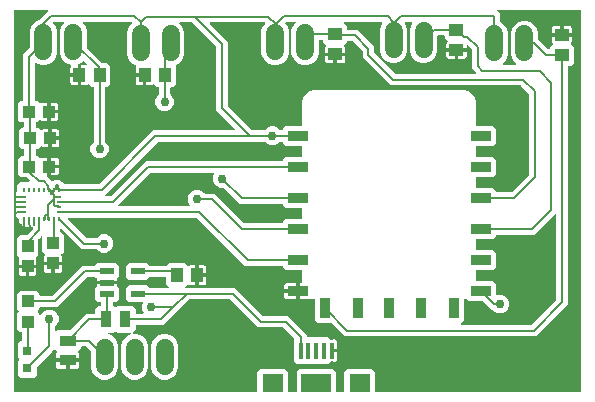
<source format=gbr>
G04 EAGLE Gerber RS-274X export*
G75*
%MOMM*%
%FSLAX34Y34*%
%LPD*%
%INTop Copper*%
%IPPOS*%
%AMOC8*
5,1,8,0,0,1.08239X$1,22.5*%
G01*
%ADD10R,1.000000X1.100000*%
%ADD11C,1.524000*%
%ADD12R,1.100000X1.000000*%
%ADD13R,1.447800X0.965200*%
%ADD14R,0.965200X1.447800*%
%ADD15R,0.400000X1.450000*%
%ADD16R,1.800000X1.500000*%
%ADD17R,2.500000X1.500000*%
%ADD18R,0.800000X0.800000*%
%ADD19R,1.005600X1.199997*%
%ADD20R,1.199997X1.005600*%
%ADD21R,1.778000X0.914400*%
%ADD22R,0.914400X1.778000*%
%ADD23R,0.270000X0.450000*%
%ADD24R,0.450000X0.270000*%
%ADD25R,1.200000X0.600000*%
%ADD26C,0.152400*%
%ADD27C,0.756400*%

G36*
X215194Y15164D02*
X215194Y15164D01*
X215213Y15162D01*
X215315Y15184D01*
X215417Y15200D01*
X215434Y15210D01*
X215454Y15214D01*
X215543Y15267D01*
X215634Y15316D01*
X215648Y15330D01*
X215665Y15340D01*
X215732Y15419D01*
X215804Y15494D01*
X215812Y15512D01*
X215825Y15527D01*
X215864Y15623D01*
X215907Y15717D01*
X215909Y15737D01*
X215917Y15755D01*
X215935Y15922D01*
X215935Y32484D01*
X218316Y34865D01*
X239684Y34865D01*
X242065Y32484D01*
X242065Y15922D01*
X242068Y15902D01*
X242066Y15883D01*
X242088Y15781D01*
X242104Y15679D01*
X242114Y15662D01*
X242118Y15642D01*
X242171Y15553D01*
X242220Y15462D01*
X242234Y15448D01*
X242244Y15431D01*
X242323Y15364D01*
X242398Y15292D01*
X242416Y15284D01*
X242431Y15271D01*
X242527Y15232D01*
X242621Y15189D01*
X242641Y15187D01*
X242659Y15179D01*
X242826Y15161D01*
X248524Y15161D01*
X248544Y15164D01*
X248563Y15162D01*
X248665Y15184D01*
X248767Y15200D01*
X248784Y15210D01*
X248804Y15214D01*
X248893Y15267D01*
X248984Y15316D01*
X248998Y15330D01*
X249015Y15340D01*
X249082Y15419D01*
X249154Y15494D01*
X249162Y15512D01*
X249175Y15527D01*
X249214Y15623D01*
X249257Y15717D01*
X249259Y15737D01*
X249267Y15755D01*
X249285Y15922D01*
X249285Y32484D01*
X251666Y34865D01*
X280034Y34865D01*
X282415Y32484D01*
X282415Y15922D01*
X282418Y15902D01*
X282416Y15883D01*
X282438Y15781D01*
X282454Y15679D01*
X282464Y15662D01*
X282468Y15642D01*
X282521Y15553D01*
X282570Y15462D01*
X282584Y15448D01*
X282594Y15431D01*
X282673Y15364D01*
X282748Y15292D01*
X282766Y15284D01*
X282781Y15271D01*
X282877Y15232D01*
X282971Y15189D01*
X282991Y15187D01*
X283009Y15179D01*
X283176Y15161D01*
X288874Y15161D01*
X288894Y15164D01*
X288913Y15162D01*
X289015Y15184D01*
X289117Y15200D01*
X289134Y15210D01*
X289154Y15214D01*
X289243Y15267D01*
X289334Y15316D01*
X289348Y15330D01*
X289365Y15340D01*
X289432Y15419D01*
X289504Y15494D01*
X289512Y15512D01*
X289525Y15527D01*
X289564Y15623D01*
X289607Y15717D01*
X289609Y15737D01*
X289617Y15755D01*
X289635Y15922D01*
X289635Y32484D01*
X292016Y34865D01*
X313384Y34865D01*
X315765Y32484D01*
X315765Y15922D01*
X315768Y15902D01*
X315766Y15883D01*
X315788Y15781D01*
X315804Y15679D01*
X315814Y15662D01*
X315818Y15642D01*
X315871Y15553D01*
X315920Y15462D01*
X315934Y15448D01*
X315944Y15431D01*
X316023Y15364D01*
X316098Y15292D01*
X316116Y15284D01*
X316131Y15271D01*
X316227Y15232D01*
X316321Y15189D01*
X316341Y15187D01*
X316359Y15179D01*
X316526Y15161D01*
X489078Y15161D01*
X489098Y15164D01*
X489117Y15162D01*
X489219Y15184D01*
X489321Y15200D01*
X489338Y15210D01*
X489358Y15214D01*
X489447Y15267D01*
X489538Y15316D01*
X489552Y15330D01*
X489569Y15340D01*
X489636Y15419D01*
X489708Y15494D01*
X489716Y15512D01*
X489729Y15527D01*
X489768Y15623D01*
X489811Y15717D01*
X489813Y15737D01*
X489821Y15755D01*
X489839Y15922D01*
X489839Y338378D01*
X489836Y338398D01*
X489838Y338417D01*
X489816Y338519D01*
X489800Y338621D01*
X489790Y338638D01*
X489786Y338658D01*
X489733Y338747D01*
X489684Y338838D01*
X489670Y338852D01*
X489660Y338869D01*
X489581Y338936D01*
X489506Y339008D01*
X489488Y339016D01*
X489473Y339029D01*
X489377Y339068D01*
X489283Y339111D01*
X489263Y339113D01*
X489245Y339121D01*
X489078Y339139D01*
X419975Y339139D01*
X419904Y339128D01*
X419832Y339126D01*
X419783Y339108D01*
X419732Y339100D01*
X419668Y339066D01*
X419601Y339041D01*
X419560Y339009D01*
X419514Y338984D01*
X419465Y338932D01*
X419409Y338888D01*
X419381Y338844D01*
X419345Y338806D01*
X419315Y338741D01*
X419276Y338681D01*
X419263Y338630D01*
X419241Y338583D01*
X419234Y338512D01*
X419216Y338442D01*
X419220Y338390D01*
X419214Y338339D01*
X419230Y338268D01*
X419235Y338197D01*
X419256Y338149D01*
X419267Y338098D01*
X419303Y338037D01*
X419331Y337971D01*
X419376Y337915D01*
X419393Y337887D01*
X419411Y337872D01*
X419436Y337840D01*
X421527Y335749D01*
X421527Y329427D01*
X421546Y329312D01*
X421563Y329196D01*
X421565Y329190D01*
X421566Y329184D01*
X421621Y329081D01*
X421674Y328977D01*
X421679Y328972D01*
X421682Y328967D01*
X421766Y328887D01*
X421850Y328804D01*
X421856Y328801D01*
X421860Y328797D01*
X421877Y328790D01*
X421997Y328724D01*
X423319Y328176D01*
X426606Y324889D01*
X428385Y320594D01*
X428385Y300706D01*
X426606Y296411D01*
X423821Y293626D01*
X423779Y293568D01*
X423730Y293516D01*
X423708Y293469D01*
X423677Y293427D01*
X423656Y293358D01*
X423626Y293293D01*
X423620Y293241D01*
X423605Y293191D01*
X423607Y293120D01*
X423599Y293049D01*
X423610Y292998D01*
X423611Y292946D01*
X423636Y292878D01*
X423651Y292808D01*
X423678Y292763D01*
X423696Y292715D01*
X423741Y292659D01*
X423777Y292597D01*
X423817Y292563D01*
X423850Y292523D01*
X423910Y292484D01*
X423964Y292437D01*
X424013Y292418D01*
X424056Y292390D01*
X424126Y292372D01*
X424193Y292345D01*
X424264Y292337D01*
X424295Y292329D01*
X424318Y292331D01*
X424359Y292327D01*
X434441Y292327D01*
X434511Y292338D01*
X434583Y292340D01*
X434632Y292358D01*
X434684Y292366D01*
X434747Y292400D01*
X434814Y292425D01*
X434855Y292457D01*
X434901Y292482D01*
X434950Y292534D01*
X435006Y292578D01*
X435034Y292622D01*
X435070Y292660D01*
X435100Y292725D01*
X435139Y292785D01*
X435152Y292836D01*
X435174Y292883D01*
X435182Y292954D01*
X435199Y293024D01*
X435195Y293076D01*
X435201Y293127D01*
X435186Y293198D01*
X435180Y293269D01*
X435160Y293317D01*
X435149Y293368D01*
X435112Y293429D01*
X435084Y293495D01*
X435039Y293551D01*
X435023Y293579D01*
X435005Y293594D01*
X434979Y293626D01*
X432194Y296411D01*
X430415Y300706D01*
X430415Y320594D01*
X432194Y324889D01*
X435481Y328176D01*
X439776Y329955D01*
X444424Y329955D01*
X448719Y328176D01*
X452006Y324889D01*
X453785Y320594D01*
X453785Y314607D01*
X453799Y314517D01*
X453807Y314426D01*
X453819Y314396D01*
X453824Y314364D01*
X453867Y314283D01*
X453903Y314199D01*
X453929Y314167D01*
X453940Y314147D01*
X453963Y314124D01*
X454008Y314068D01*
X462054Y306022D01*
X462128Y305969D01*
X462198Y305909D01*
X462228Y305897D01*
X462254Y305878D01*
X462341Y305851D01*
X462426Y305817D01*
X462467Y305813D01*
X462489Y305806D01*
X462521Y305807D01*
X462593Y305799D01*
X463024Y305799D01*
X463044Y305802D01*
X463064Y305800D01*
X463165Y305822D01*
X463267Y305839D01*
X463284Y305848D01*
X463304Y305852D01*
X463393Y305905D01*
X463484Y305954D01*
X463498Y305968D01*
X463515Y305978D01*
X463582Y306057D01*
X463654Y306132D01*
X463662Y306150D01*
X463675Y306165D01*
X463714Y306261D01*
X463757Y306355D01*
X463759Y306375D01*
X463767Y306393D01*
X463785Y306560D01*
X463785Y307684D01*
X466141Y310039D01*
X466153Y310056D01*
X466168Y310068D01*
X466224Y310155D01*
X466284Y310239D01*
X466290Y310258D01*
X466301Y310275D01*
X466326Y310375D01*
X466357Y310474D01*
X466356Y310494D01*
X466361Y310513D01*
X466353Y310616D01*
X466350Y310720D01*
X466344Y310739D01*
X466342Y310759D01*
X466302Y310854D01*
X466266Y310951D01*
X466254Y310967D01*
X466246Y310985D01*
X466141Y311116D01*
X465817Y311440D01*
X465482Y312019D01*
X465309Y312665D01*
X465309Y316505D01*
X473088Y316505D01*
X473108Y316508D01*
X473127Y316506D01*
X473229Y316528D01*
X473331Y316545D01*
X473348Y316554D01*
X473368Y316558D01*
X473457Y316611D01*
X473548Y316660D01*
X473562Y316674D01*
X473579Y316684D01*
X473646Y316763D01*
X473717Y316838D01*
X473726Y316856D01*
X473739Y316871D01*
X473778Y316967D01*
X473821Y317061D01*
X473823Y317081D01*
X473831Y317099D01*
X473849Y317266D01*
X473849Y318029D01*
X473851Y318029D01*
X473851Y317266D01*
X473854Y317246D01*
X473852Y317227D01*
X473874Y317125D01*
X473891Y317023D01*
X473900Y317006D01*
X473904Y316986D01*
X473957Y316897D01*
X474006Y316806D01*
X474020Y316792D01*
X474030Y316775D01*
X474109Y316708D01*
X474184Y316637D01*
X474202Y316628D01*
X474217Y316615D01*
X474313Y316576D01*
X474407Y316533D01*
X474427Y316531D01*
X474445Y316523D01*
X474612Y316505D01*
X482391Y316505D01*
X482391Y312665D01*
X482218Y312019D01*
X481883Y311440D01*
X481559Y311116D01*
X481547Y311100D01*
X481532Y311087D01*
X481476Y311000D01*
X481416Y310916D01*
X481410Y310897D01*
X481399Y310880D01*
X481374Y310780D01*
X481343Y310681D01*
X481344Y310661D01*
X481339Y310642D01*
X481347Y310539D01*
X481350Y310435D01*
X481356Y310416D01*
X481358Y310397D01*
X481398Y310302D01*
X481434Y310204D01*
X481446Y310189D01*
X481454Y310170D01*
X481559Y310039D01*
X483915Y307684D01*
X483915Y294260D01*
X481534Y291879D01*
X479438Y291879D01*
X479418Y291876D01*
X479399Y291878D01*
X479297Y291856D01*
X479195Y291840D01*
X479178Y291830D01*
X479158Y291826D01*
X479069Y291773D01*
X478978Y291724D01*
X478964Y291710D01*
X478947Y291700D01*
X478880Y291621D01*
X478808Y291546D01*
X478800Y291528D01*
X478787Y291513D01*
X478748Y291417D01*
X478705Y291323D01*
X478703Y291303D01*
X478695Y291285D01*
X478677Y291118D01*
X478677Y89351D01*
X451999Y62673D01*
X290351Y62673D01*
X279702Y73322D01*
X279628Y73375D01*
X279558Y73435D01*
X279528Y73447D01*
X279502Y73466D01*
X279415Y73493D01*
X279330Y73527D01*
X279289Y73531D01*
X279267Y73538D01*
X279235Y73537D01*
X279163Y73545D01*
X267094Y73545D01*
X264713Y75926D01*
X264713Y93316D01*
X264710Y93336D01*
X264712Y93355D01*
X264690Y93457D01*
X264674Y93559D01*
X264664Y93576D01*
X264660Y93596D01*
X264607Y93685D01*
X264558Y93776D01*
X264544Y93790D01*
X264534Y93807D01*
X264455Y93874D01*
X264380Y93946D01*
X264362Y93954D01*
X264347Y93967D01*
X264251Y94006D01*
X264157Y94049D01*
X264137Y94051D01*
X264119Y94059D01*
X263952Y94077D01*
X262827Y94077D01*
X261639Y94569D01*
X261526Y94596D01*
X261412Y94625D01*
X261406Y94624D01*
X261400Y94626D01*
X261284Y94615D01*
X261167Y94606D01*
X261161Y94603D01*
X261155Y94603D01*
X261048Y94555D01*
X260940Y94509D01*
X260935Y94505D01*
X260930Y94503D01*
X260917Y94490D01*
X260809Y94404D01*
X260800Y94395D01*
X260221Y94060D01*
X259574Y93887D01*
X251873Y93887D01*
X251873Y100238D01*
X251870Y100258D01*
X251872Y100277D01*
X251850Y100379D01*
X251833Y100481D01*
X251824Y100498D01*
X251820Y100518D01*
X251767Y100607D01*
X251718Y100698D01*
X251704Y100712D01*
X251694Y100729D01*
X251615Y100796D01*
X251540Y100867D01*
X251522Y100876D01*
X251507Y100889D01*
X251411Y100928D01*
X251317Y100971D01*
X251297Y100973D01*
X251279Y100981D01*
X251112Y100999D01*
X250349Y100999D01*
X250349Y101001D01*
X251112Y101001D01*
X251132Y101004D01*
X251151Y101002D01*
X251253Y101024D01*
X251355Y101041D01*
X251372Y101050D01*
X251392Y101054D01*
X251481Y101107D01*
X251572Y101156D01*
X251586Y101170D01*
X251603Y101180D01*
X251670Y101259D01*
X251741Y101334D01*
X251750Y101352D01*
X251763Y101367D01*
X251802Y101463D01*
X251845Y101557D01*
X251847Y101577D01*
X251855Y101595D01*
X251873Y101762D01*
X251873Y108113D01*
X253316Y108113D01*
X253336Y108116D01*
X253355Y108114D01*
X253457Y108136D01*
X253559Y108152D01*
X253576Y108162D01*
X253596Y108166D01*
X253685Y108219D01*
X253776Y108268D01*
X253790Y108282D01*
X253807Y108292D01*
X253874Y108371D01*
X253946Y108446D01*
X253954Y108464D01*
X253967Y108479D01*
X254006Y108575D01*
X254049Y108669D01*
X254051Y108689D01*
X254059Y108707D01*
X254077Y108874D01*
X254077Y117852D01*
X254074Y117872D01*
X254076Y117891D01*
X254054Y117993D01*
X254038Y118095D01*
X254028Y118112D01*
X254024Y118132D01*
X253971Y118221D01*
X253922Y118312D01*
X253908Y118326D01*
X253898Y118343D01*
X253819Y118410D01*
X253744Y118482D01*
X253726Y118490D01*
X253711Y118503D01*
X253615Y118542D01*
X253521Y118585D01*
X253501Y118587D01*
X253483Y118595D01*
X253316Y118613D01*
X239776Y118613D01*
X237395Y120994D01*
X237395Y121662D01*
X237392Y121682D01*
X237394Y121701D01*
X237372Y121803D01*
X237356Y121905D01*
X237346Y121922D01*
X237342Y121942D01*
X237289Y122031D01*
X237240Y122122D01*
X237226Y122136D01*
X237216Y122153D01*
X237137Y122220D01*
X237062Y122292D01*
X237044Y122300D01*
X237029Y122313D01*
X236933Y122352D01*
X236839Y122395D01*
X236819Y122397D01*
X236801Y122405D01*
X236634Y122423D01*
X205751Y122423D01*
X165274Y162900D01*
X165200Y162953D01*
X165130Y163013D01*
X165100Y163025D01*
X165074Y163044D01*
X164987Y163071D01*
X164902Y163105D01*
X164861Y163109D01*
X164839Y163116D01*
X164807Y163115D01*
X164735Y163123D01*
X56141Y163123D01*
X56070Y163112D01*
X55998Y163110D01*
X55949Y163092D01*
X55898Y163084D01*
X55834Y163050D01*
X55767Y163025D01*
X55726Y162993D01*
X55680Y162968D01*
X55631Y162916D01*
X55575Y162872D01*
X55547Y162828D01*
X55511Y162790D01*
X55481Y162725D01*
X55442Y162665D01*
X55429Y162614D01*
X55407Y162567D01*
X55400Y162496D01*
X55382Y162426D01*
X55386Y162374D01*
X55380Y162323D01*
X55396Y162252D01*
X55401Y162181D01*
X55422Y162133D01*
X55433Y162082D01*
X55469Y162021D01*
X55497Y161955D01*
X55542Y161899D01*
X55559Y161871D01*
X55577Y161856D01*
X55602Y161824D01*
X71126Y146300D01*
X71200Y146247D01*
X71270Y146187D01*
X71300Y146175D01*
X71326Y146156D01*
X71413Y146129D01*
X71498Y146095D01*
X71539Y146091D01*
X71561Y146084D01*
X71593Y146085D01*
X71665Y146077D01*
X79664Y146077D01*
X79755Y146091D01*
X79845Y146099D01*
X79875Y146111D01*
X79907Y146116D01*
X79988Y146159D01*
X80072Y146195D01*
X80104Y146221D01*
X80125Y146232D01*
X80142Y146250D01*
X80144Y146251D01*
X80151Y146258D01*
X80203Y146300D01*
X81805Y147902D01*
X84689Y149097D01*
X87811Y149097D01*
X90695Y147902D01*
X92902Y145695D01*
X94097Y142811D01*
X94097Y139689D01*
X92902Y136805D01*
X90695Y134598D01*
X87811Y133403D01*
X84689Y133403D01*
X81805Y134598D01*
X80203Y136200D01*
X80129Y136253D01*
X80059Y136313D01*
X80029Y136325D01*
X80003Y136344D01*
X79916Y136371D01*
X79831Y136405D01*
X79790Y136409D01*
X79768Y136416D01*
X79736Y136415D01*
X79664Y136423D01*
X67351Y136423D01*
X64300Y139474D01*
X50276Y153498D01*
X50218Y153540D01*
X50166Y153589D01*
X50119Y153611D01*
X50077Y153641D01*
X50008Y153662D01*
X49943Y153693D01*
X49891Y153698D01*
X49841Y153714D01*
X49770Y153712D01*
X49699Y153720D01*
X49648Y153709D01*
X49596Y153707D01*
X49528Y153683D01*
X49458Y153667D01*
X49413Y153641D01*
X49365Y153623D01*
X49309Y153578D01*
X49247Y153541D01*
X49213Y153502D01*
X49173Y153469D01*
X49134Y153409D01*
X49087Y153354D01*
X49068Y153306D01*
X49040Y153262D01*
X49022Y153193D01*
X49011Y153164D01*
X49005Y153152D01*
X49005Y153149D01*
X48995Y153126D01*
X48987Y153055D01*
X48979Y153024D01*
X48981Y153000D01*
X48977Y152959D01*
X48977Y151726D01*
X48980Y151706D01*
X48978Y151687D01*
X49000Y151585D01*
X49016Y151483D01*
X49026Y151466D01*
X49030Y151446D01*
X49083Y151357D01*
X49132Y151266D01*
X49146Y151252D01*
X49156Y151235D01*
X49235Y151168D01*
X49310Y151096D01*
X49328Y151088D01*
X49343Y151075D01*
X49439Y151036D01*
X49533Y150993D01*
X49553Y150991D01*
X49571Y150983D01*
X49738Y150965D01*
X49784Y150965D01*
X52165Y148584D01*
X52165Y134216D01*
X50281Y132332D01*
X50255Y132297D01*
X50223Y132267D01*
X50184Y132198D01*
X50137Y132133D01*
X50124Y132091D01*
X50103Y132053D01*
X50088Y131974D01*
X50065Y131898D01*
X50066Y131854D01*
X50058Y131811D01*
X50069Y131732D01*
X50071Y131652D01*
X50086Y131611D01*
X50093Y131567D01*
X50151Y131434D01*
X50156Y131421D01*
X50158Y131418D01*
X50160Y131414D01*
X50468Y130881D01*
X50641Y130234D01*
X50641Y125923D01*
X43862Y125923D01*
X43842Y125920D01*
X43823Y125922D01*
X43721Y125900D01*
X43619Y125883D01*
X43602Y125874D01*
X43582Y125870D01*
X43493Y125817D01*
X43402Y125768D01*
X43388Y125754D01*
X43371Y125744D01*
X43304Y125665D01*
X43233Y125590D01*
X43224Y125572D01*
X43211Y125557D01*
X43172Y125461D01*
X43129Y125367D01*
X43127Y125347D01*
X43119Y125329D01*
X43101Y125162D01*
X43101Y124399D01*
X43099Y124399D01*
X43099Y125162D01*
X43096Y125182D01*
X43098Y125201D01*
X43076Y125303D01*
X43059Y125405D01*
X43050Y125422D01*
X43046Y125442D01*
X42993Y125531D01*
X42944Y125622D01*
X42930Y125636D01*
X42920Y125653D01*
X42841Y125720D01*
X42766Y125791D01*
X42748Y125800D01*
X42733Y125813D01*
X42637Y125852D01*
X42543Y125895D01*
X42523Y125897D01*
X42505Y125905D01*
X42338Y125923D01*
X35559Y125923D01*
X35559Y130234D01*
X35732Y130881D01*
X36040Y131414D01*
X36056Y131455D01*
X36079Y131491D01*
X36099Y131569D01*
X36127Y131644D01*
X36129Y131688D01*
X36139Y131730D01*
X36133Y131809D01*
X36136Y131889D01*
X36124Y131932D01*
X36120Y131975D01*
X36089Y132049D01*
X36066Y132125D01*
X36041Y132161D01*
X36024Y132202D01*
X35933Y132315D01*
X35925Y132327D01*
X35922Y132329D01*
X35919Y132332D01*
X34035Y134216D01*
X34035Y146521D01*
X34024Y146592D01*
X34022Y146664D01*
X34004Y146713D01*
X33996Y146764D01*
X33962Y146828D01*
X33937Y146895D01*
X33905Y146936D01*
X33880Y146982D01*
X33828Y147031D01*
X33784Y147087D01*
X33740Y147115D01*
X33702Y147151D01*
X33637Y147181D01*
X33577Y147220D01*
X33526Y147233D01*
X33479Y147255D01*
X33408Y147262D01*
X33338Y147280D01*
X33286Y147276D01*
X33235Y147282D01*
X33164Y147266D01*
X33093Y147261D01*
X33045Y147240D01*
X32994Y147229D01*
X32933Y147193D01*
X32867Y147165D01*
X32811Y147120D01*
X32783Y147103D01*
X32768Y147085D01*
X32736Y147060D01*
X30788Y145112D01*
X30745Y145053D01*
X30696Y145001D01*
X30688Y144984D01*
X30675Y144968D01*
X30663Y144938D01*
X30644Y144912D01*
X30623Y144843D01*
X30593Y144778D01*
X30591Y144759D01*
X30583Y144740D01*
X30579Y144699D01*
X30572Y144677D01*
X30573Y144645D01*
X30565Y144573D01*
X30565Y131716D01*
X28681Y129832D01*
X28655Y129797D01*
X28623Y129767D01*
X28584Y129698D01*
X28537Y129633D01*
X28524Y129591D01*
X28503Y129553D01*
X28488Y129474D01*
X28465Y129398D01*
X28466Y129354D01*
X28458Y129311D01*
X28469Y129232D01*
X28471Y129152D01*
X28486Y129111D01*
X28493Y129067D01*
X28551Y128934D01*
X28556Y128921D01*
X28558Y128918D01*
X28560Y128914D01*
X28868Y128381D01*
X29041Y127734D01*
X29041Y123423D01*
X22262Y123423D01*
X22242Y123420D01*
X22223Y123422D01*
X22121Y123400D01*
X22019Y123383D01*
X22002Y123374D01*
X21982Y123370D01*
X21893Y123317D01*
X21802Y123268D01*
X21788Y123254D01*
X21771Y123244D01*
X21704Y123165D01*
X21633Y123090D01*
X21624Y123072D01*
X21611Y123057D01*
X21572Y122961D01*
X21529Y122867D01*
X21527Y122847D01*
X21519Y122829D01*
X21501Y122662D01*
X21501Y121899D01*
X21499Y121899D01*
X21499Y122662D01*
X21496Y122682D01*
X21498Y122701D01*
X21476Y122802D01*
X21459Y122905D01*
X21450Y122922D01*
X21446Y122942D01*
X21393Y123031D01*
X21344Y123122D01*
X21330Y123136D01*
X21320Y123153D01*
X21241Y123220D01*
X21166Y123291D01*
X21148Y123300D01*
X21133Y123313D01*
X21037Y123352D01*
X20943Y123395D01*
X20923Y123397D01*
X20905Y123405D01*
X20738Y123423D01*
X13959Y123423D01*
X13959Y127734D01*
X14132Y128381D01*
X14440Y128914D01*
X14456Y128955D01*
X14479Y128991D01*
X14499Y129069D01*
X14527Y129144D01*
X14529Y129188D01*
X14539Y129230D01*
X14533Y129309D01*
X14536Y129389D01*
X14524Y129432D01*
X14520Y129475D01*
X14489Y129549D01*
X14466Y129625D01*
X14441Y129661D01*
X14424Y129702D01*
X14333Y129815D01*
X14325Y129827D01*
X14322Y129829D01*
X14319Y129832D01*
X12435Y131716D01*
X12435Y146084D01*
X14816Y148465D01*
X20173Y148465D01*
X20263Y148479D01*
X20354Y148487D01*
X20384Y148499D01*
X20416Y148504D01*
X20497Y148547D01*
X20581Y148583D01*
X20613Y148609D01*
X20633Y148620D01*
X20656Y148643D01*
X20712Y148688D01*
X25806Y153782D01*
X25848Y153840D01*
X25897Y153892D01*
X25919Y153939D01*
X25949Y153981D01*
X25970Y154050D01*
X26001Y154115D01*
X26006Y154167D01*
X26022Y154217D01*
X26020Y154288D01*
X26028Y154359D01*
X26017Y154410D01*
X26015Y154462D01*
X25991Y154530D01*
X25975Y154600D01*
X25949Y154645D01*
X25931Y154693D01*
X25886Y154749D01*
X25849Y154811D01*
X25810Y154845D01*
X25777Y154885D01*
X25717Y154924D01*
X25662Y154971D01*
X25614Y154990D01*
X25570Y155018D01*
X25501Y155036D01*
X25434Y155063D01*
X25363Y155071D01*
X25332Y155079D01*
X25308Y155077D01*
X25267Y155081D01*
X22885Y155081D01*
X22853Y155090D01*
X22754Y155120D01*
X22734Y155119D01*
X22714Y155124D01*
X22611Y155116D01*
X22508Y155114D01*
X22489Y155107D01*
X22469Y155105D01*
X22413Y155081D01*
X18711Y155081D01*
X16492Y157300D01*
X16409Y157360D01*
X16357Y157404D01*
X16341Y157411D01*
X16307Y157436D01*
X16298Y157440D01*
X16293Y157444D01*
X16271Y157450D01*
X16151Y157497D01*
X16019Y157532D01*
X15440Y157867D01*
X14967Y158340D01*
X14632Y158919D01*
X14459Y159566D01*
X14459Y161318D01*
X14454Y161349D01*
X14455Y161360D01*
X14444Y161411D01*
X14437Y161499D01*
X14425Y161529D01*
X14420Y161561D01*
X14406Y161585D01*
X14403Y161601D01*
X14372Y161652D01*
X14341Y161725D01*
X14315Y161757D01*
X14304Y161778D01*
X14287Y161794D01*
X14277Y161812D01*
X14261Y161825D01*
X14236Y161856D01*
X12081Y164011D01*
X12081Y167715D01*
X12090Y167748D01*
X12120Y167847D01*
X12119Y167867D01*
X12124Y167886D01*
X12116Y167989D01*
X12114Y168092D01*
X12107Y168111D01*
X12105Y168131D01*
X12081Y168187D01*
X12081Y172015D01*
X12090Y172048D01*
X12120Y172147D01*
X12119Y172167D01*
X12124Y172186D01*
X12116Y172289D01*
X12114Y172392D01*
X12107Y172411D01*
X12105Y172431D01*
X12081Y172487D01*
X12081Y176312D01*
X12095Y176341D01*
X12099Y176377D01*
X12120Y176446D01*
X12119Y176466D01*
X12124Y176486D01*
X12119Y176558D01*
X12122Y176585D01*
X12116Y176613D01*
X12114Y176692D01*
X12107Y176711D01*
X12105Y176731D01*
X12081Y176787D01*
X12081Y180615D01*
X12090Y180647D01*
X12120Y180746D01*
X12119Y180766D01*
X12124Y180786D01*
X12116Y180889D01*
X12114Y180992D01*
X12107Y181011D01*
X12105Y181031D01*
X12081Y181087D01*
X12081Y184789D01*
X12712Y185420D01*
X12765Y185494D01*
X12825Y185563D01*
X12837Y185593D01*
X12856Y185620D01*
X12883Y185707D01*
X12917Y185791D01*
X12921Y185832D01*
X12928Y185855D01*
X12927Y185887D01*
X12935Y185958D01*
X12935Y190584D01*
X15316Y192965D01*
X17642Y192965D01*
X17732Y192979D01*
X17823Y192987D01*
X17853Y192999D01*
X17885Y193004D01*
X17965Y193047D01*
X18049Y193083D01*
X18081Y193109D01*
X18102Y193120D01*
X18124Y193143D01*
X18180Y193188D01*
X18711Y193719D01*
X22415Y193719D01*
X22448Y193710D01*
X22547Y193680D01*
X22566Y193681D01*
X22586Y193676D01*
X22689Y193684D01*
X22792Y193686D01*
X22811Y193693D01*
X22831Y193695D01*
X22926Y193735D01*
X23023Y193771D01*
X23039Y193783D01*
X23057Y193791D01*
X23188Y193896D01*
X23195Y193902D01*
X23204Y193916D01*
X23215Y193925D01*
X23217Y193927D01*
X23222Y193931D01*
X23278Y194018D01*
X23338Y194102D01*
X23344Y194121D01*
X23355Y194138D01*
X23380Y194239D01*
X23411Y194337D01*
X23410Y194357D01*
X23415Y194377D01*
X23407Y194480D01*
X23404Y194583D01*
X23398Y194602D01*
X23396Y194622D01*
X23356Y194717D01*
X23320Y194814D01*
X23307Y194830D01*
X23300Y194848D01*
X23195Y194979D01*
X21062Y197112D01*
X20988Y197165D01*
X20918Y197225D01*
X20888Y197237D01*
X20862Y197256D01*
X20775Y197283D01*
X20690Y197317D01*
X20649Y197321D01*
X20627Y197328D01*
X20595Y197327D01*
X20523Y197335D01*
X15666Y197335D01*
X13285Y199716D01*
X13285Y213084D01*
X15666Y215465D01*
X17862Y215465D01*
X17882Y215468D01*
X17901Y215466D01*
X18003Y215488D01*
X18105Y215504D01*
X18122Y215514D01*
X18142Y215518D01*
X18231Y215571D01*
X18322Y215620D01*
X18336Y215634D01*
X18353Y215644D01*
X18420Y215723D01*
X18492Y215798D01*
X18500Y215816D01*
X18513Y215831D01*
X18552Y215927D01*
X18595Y216021D01*
X18597Y216041D01*
X18605Y216059D01*
X18623Y216226D01*
X18623Y220574D01*
X18620Y220594D01*
X18622Y220613D01*
X18600Y220715D01*
X18584Y220817D01*
X18574Y220834D01*
X18570Y220854D01*
X18517Y220943D01*
X18468Y221034D01*
X18454Y221048D01*
X18444Y221065D01*
X18365Y221132D01*
X18290Y221204D01*
X18272Y221212D01*
X18257Y221225D01*
X18161Y221264D01*
X18067Y221307D01*
X18047Y221309D01*
X18029Y221317D01*
X17862Y221335D01*
X16266Y221335D01*
X13885Y223716D01*
X13885Y237084D01*
X16266Y239465D01*
X17862Y239465D01*
X17882Y239468D01*
X17901Y239466D01*
X18003Y239488D01*
X18105Y239504D01*
X18122Y239514D01*
X18142Y239518D01*
X18231Y239571D01*
X18322Y239620D01*
X18336Y239634D01*
X18353Y239644D01*
X18420Y239723D01*
X18492Y239798D01*
X18500Y239816D01*
X18513Y239831D01*
X18552Y239927D01*
X18595Y240021D01*
X18597Y240041D01*
X18605Y240059D01*
X18623Y240226D01*
X18623Y243074D01*
X18620Y243094D01*
X18622Y243113D01*
X18600Y243215D01*
X18584Y243317D01*
X18574Y243334D01*
X18570Y243354D01*
X18517Y243443D01*
X18468Y243534D01*
X18454Y243548D01*
X18444Y243565D01*
X18365Y243632D01*
X18290Y243704D01*
X18272Y243712D01*
X18257Y243725D01*
X18161Y243764D01*
X18067Y243807D01*
X18047Y243809D01*
X18029Y243817D01*
X17862Y243835D01*
X15366Y243835D01*
X12985Y246216D01*
X12985Y259584D01*
X15366Y261965D01*
X16962Y261965D01*
X16982Y261968D01*
X17001Y261966D01*
X17103Y261988D01*
X17205Y262004D01*
X17222Y262014D01*
X17242Y262018D01*
X17331Y262071D01*
X17422Y262120D01*
X17436Y262134D01*
X17453Y262144D01*
X17520Y262223D01*
X17592Y262298D01*
X17600Y262316D01*
X17613Y262331D01*
X17652Y262427D01*
X17695Y262521D01*
X17697Y262541D01*
X17705Y262559D01*
X17723Y262726D01*
X17723Y301449D01*
X22942Y306668D01*
X22995Y306742D01*
X23055Y306812D01*
X23067Y306842D01*
X23086Y306868D01*
X23113Y306955D01*
X23147Y307040D01*
X23151Y307081D01*
X23158Y307103D01*
X23157Y307135D01*
X23165Y307207D01*
X23165Y321694D01*
X24944Y325989D01*
X28231Y329276D01*
X31025Y330433D01*
X31081Y330468D01*
X31141Y330493D01*
X31206Y330545D01*
X31234Y330563D01*
X31247Y330578D01*
X31272Y330598D01*
X36200Y335526D01*
X38514Y337840D01*
X38556Y337898D01*
X38605Y337950D01*
X38627Y337997D01*
X38657Y338039D01*
X38678Y338108D01*
X38709Y338173D01*
X38714Y338225D01*
X38730Y338275D01*
X38728Y338346D01*
X38736Y338417D01*
X38725Y338468D01*
X38723Y338520D01*
X38699Y338588D01*
X38683Y338658D01*
X38657Y338703D01*
X38639Y338751D01*
X38594Y338807D01*
X38557Y338869D01*
X38518Y338903D01*
X38485Y338943D01*
X38425Y338982D01*
X38370Y339029D01*
X38322Y339048D01*
X38278Y339076D01*
X38209Y339094D01*
X38142Y339121D01*
X38071Y339129D01*
X38040Y339137D01*
X38016Y339135D01*
X37975Y339139D01*
X10922Y339139D01*
X10902Y339136D01*
X10883Y339138D01*
X10781Y339116D01*
X10679Y339100D01*
X10662Y339090D01*
X10642Y339086D01*
X10553Y339033D01*
X10462Y338984D01*
X10448Y338970D01*
X10431Y338960D01*
X10364Y338881D01*
X10292Y338806D01*
X10284Y338788D01*
X10271Y338773D01*
X10232Y338677D01*
X10189Y338583D01*
X10187Y338563D01*
X10179Y338545D01*
X10161Y338378D01*
X10161Y15922D01*
X10164Y15902D01*
X10162Y15883D01*
X10184Y15781D01*
X10200Y15679D01*
X10210Y15662D01*
X10214Y15642D01*
X10267Y15553D01*
X10316Y15462D01*
X10330Y15448D01*
X10340Y15431D01*
X10419Y15364D01*
X10494Y15292D01*
X10512Y15284D01*
X10527Y15271D01*
X10623Y15232D01*
X10717Y15189D01*
X10737Y15187D01*
X10755Y15179D01*
X10922Y15161D01*
X215174Y15161D01*
X215194Y15164D01*
G37*
G36*
X81925Y191491D02*
X81925Y191491D01*
X82016Y191499D01*
X82046Y191511D01*
X82078Y191516D01*
X82159Y191559D01*
X82243Y191595D01*
X82275Y191621D01*
X82295Y191632D01*
X82318Y191655D01*
X82374Y191700D01*
X127751Y237077D01*
X196509Y237077D01*
X196580Y237088D01*
X196652Y237090D01*
X196701Y237108D01*
X196752Y237116D01*
X196816Y237150D01*
X196883Y237175D01*
X196924Y237207D01*
X196970Y237232D01*
X197019Y237284D01*
X197075Y237328D01*
X197103Y237372D01*
X197139Y237410D01*
X197169Y237475D01*
X197208Y237535D01*
X197221Y237586D01*
X197243Y237633D01*
X197250Y237704D01*
X197268Y237774D01*
X197264Y237826D01*
X197270Y237877D01*
X197254Y237948D01*
X197249Y238019D01*
X197228Y238067D01*
X197217Y238118D01*
X197181Y238179D01*
X197153Y238245D01*
X197108Y238301D01*
X197091Y238329D01*
X197073Y238344D01*
X197048Y238376D01*
X184474Y250950D01*
X181423Y254001D01*
X181423Y307685D01*
X181409Y307775D01*
X181401Y307866D01*
X181389Y307896D01*
X181384Y307928D01*
X181341Y308009D01*
X181305Y308093D01*
X181279Y308125D01*
X181268Y308145D01*
X181245Y308168D01*
X181200Y308224D01*
X161096Y328328D01*
X161022Y328381D01*
X160952Y328441D01*
X160922Y328453D01*
X160896Y328472D01*
X160809Y328499D01*
X160724Y328533D01*
X160683Y328537D01*
X160661Y328544D01*
X160629Y328543D01*
X160557Y328551D01*
X150681Y328551D01*
X150611Y328540D01*
X150539Y328538D01*
X150490Y328520D01*
X150438Y328512D01*
X150375Y328478D01*
X150308Y328453D01*
X150267Y328421D01*
X150221Y328396D01*
X150172Y328344D01*
X150116Y328300D01*
X150088Y328256D01*
X150052Y328218D01*
X150022Y328153D01*
X149983Y328093D01*
X149970Y328042D01*
X149948Y327995D01*
X149940Y327924D01*
X149923Y327854D01*
X149927Y327802D01*
X149921Y327751D01*
X149936Y327680D01*
X149942Y327609D01*
X149962Y327561D01*
X149973Y327510D01*
X150010Y327449D01*
X150038Y327383D01*
X150083Y327327D01*
X150099Y327299D01*
X150117Y327284D01*
X150143Y327252D01*
X152506Y324889D01*
X154285Y320594D01*
X154285Y300706D01*
X152506Y296411D01*
X149219Y293124D01*
X147241Y292305D01*
X147141Y292243D01*
X147041Y292183D01*
X147037Y292178D01*
X147032Y292175D01*
X146957Y292085D01*
X146881Y291996D01*
X146879Y291990D01*
X146875Y291986D01*
X146833Y291877D01*
X146789Y291768D01*
X146788Y291761D01*
X146787Y291756D01*
X146786Y291738D01*
X146771Y291601D01*
X146771Y276016D01*
X144390Y273635D01*
X143266Y273635D01*
X143246Y273632D01*
X143226Y273634D01*
X143125Y273612D01*
X143023Y273596D01*
X143006Y273586D01*
X142986Y273582D01*
X142897Y273529D01*
X142806Y273480D01*
X142792Y273466D01*
X142775Y273456D01*
X142708Y273377D01*
X142636Y273302D01*
X142628Y273284D01*
X142615Y273269D01*
X142576Y273173D01*
X142533Y273079D01*
X142531Y273059D01*
X142523Y273041D01*
X142505Y272874D01*
X142505Y267658D01*
X142519Y267567D01*
X142527Y267477D01*
X142539Y267447D01*
X142544Y267415D01*
X142587Y267334D01*
X142623Y267250D01*
X142649Y267218D01*
X142660Y267197D01*
X142683Y267175D01*
X142728Y267119D01*
X144152Y265695D01*
X145347Y262811D01*
X145347Y259689D01*
X144152Y256805D01*
X141945Y254598D01*
X139061Y253403D01*
X135939Y253403D01*
X133055Y254598D01*
X130848Y256805D01*
X129653Y259689D01*
X129653Y262811D01*
X130848Y265695D01*
X132628Y267475D01*
X132681Y267549D01*
X132741Y267619D01*
X132753Y267649D01*
X132772Y267675D01*
X132799Y267762D01*
X132833Y267847D01*
X132837Y267888D01*
X132844Y267910D01*
X132843Y267942D01*
X132851Y268014D01*
X132851Y272874D01*
X132848Y272894D01*
X132850Y272914D01*
X132828Y273015D01*
X132811Y273117D01*
X132802Y273134D01*
X132798Y273154D01*
X132745Y273243D01*
X132696Y273334D01*
X132682Y273348D01*
X132672Y273365D01*
X132593Y273432D01*
X132518Y273504D01*
X132500Y273512D01*
X132485Y273525D01*
X132389Y273564D01*
X132295Y273607D01*
X132275Y273609D01*
X132257Y273617D01*
X132090Y273635D01*
X130966Y273635D01*
X128611Y275991D01*
X128594Y276003D01*
X128582Y276018D01*
X128495Y276074D01*
X128411Y276134D01*
X128392Y276140D01*
X128375Y276151D01*
X128275Y276176D01*
X128176Y276207D01*
X128156Y276206D01*
X128137Y276211D01*
X128034Y276203D01*
X127930Y276200D01*
X127911Y276194D01*
X127891Y276192D01*
X127796Y276152D01*
X127699Y276116D01*
X127683Y276104D01*
X127665Y276096D01*
X127534Y275991D01*
X127210Y275667D01*
X126631Y275332D01*
X125985Y275159D01*
X122145Y275159D01*
X122145Y282938D01*
X122142Y282958D01*
X122144Y282977D01*
X122122Y283079D01*
X122105Y283181D01*
X122096Y283198D01*
X122092Y283218D01*
X122039Y283307D01*
X121990Y283398D01*
X121976Y283412D01*
X121966Y283429D01*
X121887Y283496D01*
X121812Y283567D01*
X121794Y283576D01*
X121779Y283589D01*
X121683Y283628D01*
X121589Y283671D01*
X121569Y283673D01*
X121551Y283681D01*
X121384Y283699D01*
X120621Y283699D01*
X120621Y284462D01*
X120618Y284482D01*
X120620Y284501D01*
X120598Y284603D01*
X120581Y284705D01*
X120572Y284722D01*
X120568Y284742D01*
X120515Y284831D01*
X120466Y284922D01*
X120452Y284936D01*
X120442Y284953D01*
X120363Y285020D01*
X120288Y285091D01*
X120270Y285100D01*
X120255Y285113D01*
X120159Y285152D01*
X120065Y285195D01*
X120045Y285197D01*
X120027Y285205D01*
X119860Y285223D01*
X113053Y285223D01*
X113053Y290034D01*
X113226Y290681D01*
X113420Y291017D01*
X113445Y291082D01*
X113479Y291143D01*
X113488Y291196D01*
X113507Y291247D01*
X113510Y291316D01*
X113522Y291385D01*
X113514Y291438D01*
X113516Y291492D01*
X113497Y291559D01*
X113487Y291628D01*
X113462Y291676D01*
X113447Y291728D01*
X113407Y291785D01*
X113375Y291847D01*
X113336Y291885D01*
X113305Y291930D01*
X113249Y291971D01*
X113199Y292020D01*
X113133Y292056D01*
X113107Y292075D01*
X113086Y292082D01*
X113052Y292101D01*
X110581Y293124D01*
X107294Y296411D01*
X105515Y300706D01*
X105515Y320594D01*
X107294Y324889D01*
X110029Y327624D01*
X110071Y327682D01*
X110120Y327734D01*
X110142Y327781D01*
X110173Y327823D01*
X110194Y327892D01*
X110224Y327957D01*
X110230Y328009D01*
X110245Y328059D01*
X110243Y328130D01*
X110251Y328201D01*
X110240Y328252D01*
X110239Y328304D01*
X110214Y328372D01*
X110199Y328442D01*
X110172Y328487D01*
X110154Y328535D01*
X110109Y328591D01*
X110073Y328653D01*
X110033Y328687D01*
X110000Y328727D01*
X109940Y328766D01*
X109886Y328813D01*
X109837Y328832D01*
X109794Y328860D01*
X109724Y328878D01*
X109657Y328905D01*
X109586Y328913D01*
X109555Y328921D01*
X109532Y328919D01*
X109491Y328923D01*
X69059Y328923D01*
X68989Y328912D01*
X68917Y328910D01*
X68868Y328892D01*
X68816Y328884D01*
X68753Y328850D01*
X68686Y328825D01*
X68645Y328793D01*
X68599Y328768D01*
X68550Y328716D01*
X68494Y328672D01*
X68466Y328628D01*
X68430Y328590D01*
X68400Y328525D01*
X68361Y328465D01*
X68348Y328414D01*
X68326Y328367D01*
X68318Y328296D01*
X68301Y328226D01*
X68305Y328174D01*
X68299Y328123D01*
X68314Y328052D01*
X68320Y327981D01*
X68340Y327933D01*
X68351Y327882D01*
X68388Y327821D01*
X68416Y327755D01*
X68461Y327699D01*
X68477Y327671D01*
X68495Y327656D01*
X68521Y327624D01*
X70156Y325989D01*
X71935Y321694D01*
X71935Y307207D01*
X71949Y307117D01*
X71957Y307026D01*
X71969Y306996D01*
X71974Y306964D01*
X72017Y306883D01*
X72053Y306799D01*
X72079Y306767D01*
X72090Y306747D01*
X72113Y306724D01*
X72158Y306668D01*
X84838Y293988D01*
X84912Y293935D01*
X84982Y293875D01*
X85012Y293863D01*
X85038Y293844D01*
X85125Y293817D01*
X85210Y293783D01*
X85251Y293779D01*
X85273Y293772D01*
X85305Y293773D01*
X85377Y293765D01*
X89140Y293765D01*
X91521Y291384D01*
X91521Y276016D01*
X89140Y273635D01*
X88016Y273635D01*
X87996Y273632D01*
X87976Y273634D01*
X87875Y273612D01*
X87773Y273596D01*
X87756Y273586D01*
X87736Y273582D01*
X87647Y273529D01*
X87556Y273480D01*
X87542Y273466D01*
X87525Y273456D01*
X87458Y273377D01*
X87386Y273302D01*
X87378Y273284D01*
X87365Y273269D01*
X87326Y273173D01*
X87283Y273079D01*
X87281Y273059D01*
X87273Y273041D01*
X87255Y272874D01*
X87255Y227908D01*
X87269Y227817D01*
X87277Y227727D01*
X87289Y227697D01*
X87294Y227665D01*
X87337Y227584D01*
X87373Y227500D01*
X87399Y227468D01*
X87410Y227447D01*
X87433Y227425D01*
X87478Y227369D01*
X89152Y225695D01*
X90347Y222811D01*
X90347Y219689D01*
X89152Y216805D01*
X86945Y214598D01*
X84061Y213403D01*
X80939Y213403D01*
X78055Y214598D01*
X75848Y216805D01*
X74653Y219689D01*
X74653Y222811D01*
X75848Y225695D01*
X77378Y227225D01*
X77431Y227299D01*
X77491Y227369D01*
X77503Y227399D01*
X77522Y227425D01*
X77549Y227512D01*
X77583Y227597D01*
X77587Y227638D01*
X77594Y227660D01*
X77593Y227692D01*
X77601Y227764D01*
X77601Y272874D01*
X77598Y272894D01*
X77600Y272914D01*
X77578Y273015D01*
X77561Y273117D01*
X77552Y273134D01*
X77548Y273154D01*
X77495Y273243D01*
X77446Y273334D01*
X77432Y273348D01*
X77422Y273365D01*
X77343Y273432D01*
X77268Y273504D01*
X77250Y273512D01*
X77235Y273525D01*
X77139Y273564D01*
X77045Y273607D01*
X77025Y273609D01*
X77007Y273617D01*
X76840Y273635D01*
X75716Y273635D01*
X73361Y275991D01*
X73344Y276003D01*
X73332Y276018D01*
X73245Y276074D01*
X73161Y276134D01*
X73142Y276140D01*
X73125Y276151D01*
X73025Y276176D01*
X72926Y276207D01*
X72906Y276206D01*
X72887Y276211D01*
X72784Y276203D01*
X72680Y276200D01*
X72661Y276194D01*
X72641Y276192D01*
X72546Y276152D01*
X72449Y276116D01*
X72433Y276104D01*
X72415Y276096D01*
X72284Y275991D01*
X71960Y275667D01*
X71381Y275332D01*
X70735Y275159D01*
X66895Y275159D01*
X66895Y282938D01*
X66892Y282958D01*
X66894Y282977D01*
X66872Y283079D01*
X66855Y283181D01*
X66846Y283198D01*
X66842Y283218D01*
X66789Y283307D01*
X66740Y283398D01*
X66726Y283412D01*
X66716Y283429D01*
X66637Y283496D01*
X66562Y283567D01*
X66544Y283576D01*
X66529Y283589D01*
X66433Y283628D01*
X66339Y283671D01*
X66319Y283673D01*
X66301Y283681D01*
X66134Y283699D01*
X65371Y283699D01*
X65371Y283701D01*
X66134Y283701D01*
X66154Y283704D01*
X66173Y283702D01*
X66275Y283724D01*
X66377Y283741D01*
X66394Y283750D01*
X66414Y283754D01*
X66503Y283807D01*
X66594Y283856D01*
X66608Y283870D01*
X66625Y283880D01*
X66692Y283959D01*
X66763Y284034D01*
X66772Y284052D01*
X66785Y284067D01*
X66824Y284163D01*
X66867Y284257D01*
X66869Y284277D01*
X66877Y284295D01*
X66895Y284462D01*
X66895Y292241D01*
X70734Y292241D01*
X70994Y292171D01*
X71042Y292166D01*
X71087Y292152D01*
X71163Y292154D01*
X71239Y292147D01*
X71285Y292157D01*
X71333Y292159D01*
X71405Y292185D01*
X71478Y292202D01*
X71519Y292227D01*
X71564Y292243D01*
X71624Y292291D01*
X71688Y292330D01*
X71719Y292367D01*
X71756Y292397D01*
X71797Y292461D01*
X71846Y292519D01*
X71863Y292563D01*
X71889Y292604D01*
X71908Y292677D01*
X71935Y292748D01*
X71938Y292796D01*
X71949Y292842D01*
X71944Y292918D01*
X71947Y292994D01*
X71934Y293040D01*
X71930Y293088D01*
X71901Y293157D01*
X71880Y293230D01*
X71853Y293270D01*
X71834Y293314D01*
X71753Y293414D01*
X71741Y293433D01*
X71735Y293437D01*
X71729Y293445D01*
X69448Y295726D01*
X69431Y295738D01*
X69419Y295754D01*
X69332Y295810D01*
X69248Y295870D01*
X69229Y295876D01*
X69212Y295887D01*
X69112Y295912D01*
X69013Y295942D01*
X68993Y295942D01*
X68974Y295947D01*
X68871Y295939D01*
X68767Y295936D01*
X68748Y295929D01*
X68728Y295927D01*
X68633Y295887D01*
X68536Y295851D01*
X68520Y295839D01*
X68502Y295831D01*
X68371Y295726D01*
X66869Y294224D01*
X64319Y293168D01*
X64220Y293106D01*
X64119Y293046D01*
X64115Y293042D01*
X64110Y293038D01*
X64035Y292948D01*
X63959Y292859D01*
X63957Y292854D01*
X63953Y292849D01*
X63911Y292740D01*
X63867Y292631D01*
X63866Y292624D01*
X63865Y292619D01*
X63864Y292601D01*
X63849Y292465D01*
X63849Y285223D01*
X57803Y285223D01*
X57803Y290034D01*
X57976Y290681D01*
X58355Y291336D01*
X58379Y291401D01*
X58413Y291462D01*
X58423Y291515D01*
X58442Y291566D01*
X58444Y291636D01*
X58457Y291704D01*
X58449Y291758D01*
X58451Y291812D01*
X58431Y291879D01*
X58421Y291948D01*
X58396Y291996D01*
X58381Y292048D01*
X58341Y292105D01*
X58309Y292167D01*
X58271Y292205D01*
X58240Y292249D01*
X58184Y292290D01*
X58134Y292339D01*
X58068Y292375D01*
X58042Y292395D01*
X58021Y292401D01*
X57987Y292420D01*
X53631Y294224D01*
X50344Y297511D01*
X48565Y301806D01*
X48565Y321694D01*
X50344Y325989D01*
X51979Y327624D01*
X52021Y327682D01*
X52070Y327734D01*
X52092Y327781D01*
X52123Y327823D01*
X52144Y327892D01*
X52174Y327957D01*
X52180Y328009D01*
X52195Y328059D01*
X52193Y328130D01*
X52201Y328201D01*
X52190Y328252D01*
X52189Y328304D01*
X52164Y328372D01*
X52149Y328442D01*
X52122Y328487D01*
X52104Y328535D01*
X52059Y328591D01*
X52023Y328653D01*
X51983Y328687D01*
X51950Y328727D01*
X51890Y328766D01*
X51836Y328813D01*
X51787Y328832D01*
X51744Y328860D01*
X51674Y328878D01*
X51607Y328905D01*
X51536Y328913D01*
X51505Y328921D01*
X51482Y328919D01*
X51441Y328923D01*
X43659Y328923D01*
X43589Y328912D01*
X43517Y328910D01*
X43468Y328892D01*
X43416Y328884D01*
X43353Y328850D01*
X43286Y328825D01*
X43245Y328793D01*
X43199Y328768D01*
X43150Y328716D01*
X43094Y328672D01*
X43066Y328628D01*
X43030Y328590D01*
X43000Y328525D01*
X42961Y328465D01*
X42948Y328414D01*
X42926Y328367D01*
X42918Y328296D01*
X42901Y328226D01*
X42905Y328174D01*
X42899Y328123D01*
X42914Y328052D01*
X42920Y327981D01*
X42940Y327933D01*
X42951Y327882D01*
X42988Y327821D01*
X43016Y327755D01*
X43061Y327699D01*
X43077Y327671D01*
X43095Y327656D01*
X43121Y327624D01*
X44756Y325989D01*
X46535Y321694D01*
X46535Y301806D01*
X44756Y297511D01*
X41469Y294224D01*
X37174Y292445D01*
X32526Y292445D01*
X28429Y294142D01*
X28385Y294153D01*
X28343Y294172D01*
X28266Y294180D01*
X28190Y294198D01*
X28144Y294194D01*
X28099Y294199D01*
X28022Y294182D01*
X27945Y294175D01*
X27903Y294157D01*
X27858Y294147D01*
X27791Y294107D01*
X27720Y294075D01*
X27686Y294044D01*
X27647Y294021D01*
X27596Y293961D01*
X27539Y293909D01*
X27517Y293869D01*
X27487Y293834D01*
X27458Y293761D01*
X27421Y293693D01*
X27412Y293648D01*
X27395Y293606D01*
X27380Y293470D01*
X27377Y293451D01*
X27378Y293446D01*
X27377Y293439D01*
X27377Y262726D01*
X27380Y262706D01*
X27378Y262687D01*
X27400Y262585D01*
X27416Y262483D01*
X27426Y262466D01*
X27430Y262446D01*
X27483Y262357D01*
X27532Y262266D01*
X27546Y262252D01*
X27556Y262235D01*
X27635Y262168D01*
X27710Y262096D01*
X27728Y262088D01*
X27743Y262075D01*
X27839Y262036D01*
X27933Y261993D01*
X27953Y261991D01*
X27971Y261983D01*
X28138Y261965D01*
X29734Y261965D01*
X31618Y260081D01*
X31653Y260055D01*
X31683Y260023D01*
X31752Y259984D01*
X31817Y259937D01*
X31859Y259924D01*
X31897Y259903D01*
X31976Y259889D01*
X32052Y259865D01*
X32096Y259866D01*
X32139Y259858D01*
X32218Y259869D01*
X32298Y259871D01*
X32339Y259886D01*
X32383Y259893D01*
X32516Y259951D01*
X32529Y259956D01*
X32532Y259958D01*
X32536Y259960D01*
X33069Y260268D01*
X33716Y260441D01*
X38027Y260441D01*
X38027Y253662D01*
X38030Y253642D01*
X38028Y253623D01*
X38050Y253521D01*
X38067Y253419D01*
X38076Y253402D01*
X38080Y253382D01*
X38133Y253293D01*
X38182Y253202D01*
X38196Y253188D01*
X38206Y253171D01*
X38285Y253104D01*
X38360Y253033D01*
X38378Y253024D01*
X38393Y253011D01*
X38489Y252972D01*
X38583Y252929D01*
X38603Y252927D01*
X38621Y252919D01*
X38788Y252901D01*
X39551Y252901D01*
X39551Y252899D01*
X38788Y252899D01*
X38768Y252896D01*
X38749Y252898D01*
X38647Y252876D01*
X38545Y252859D01*
X38528Y252850D01*
X38508Y252846D01*
X38419Y252793D01*
X38328Y252744D01*
X38314Y252730D01*
X38297Y252720D01*
X38230Y252641D01*
X38159Y252566D01*
X38150Y252548D01*
X38137Y252533D01*
X38098Y252437D01*
X38055Y252343D01*
X38053Y252323D01*
X38045Y252305D01*
X38027Y252138D01*
X38027Y245359D01*
X33716Y245359D01*
X33069Y245532D01*
X32536Y245840D01*
X32495Y245856D01*
X32459Y245879D01*
X32381Y245899D01*
X32306Y245927D01*
X32262Y245929D01*
X32220Y245939D01*
X32141Y245933D01*
X32061Y245936D01*
X32018Y245924D01*
X31975Y245920D01*
X31901Y245889D01*
X31825Y245866D01*
X31789Y245841D01*
X31748Y245824D01*
X31635Y245733D01*
X31623Y245725D01*
X31621Y245722D01*
X31618Y245719D01*
X29734Y243835D01*
X29038Y243835D01*
X29018Y243832D01*
X28999Y243834D01*
X28897Y243812D01*
X28795Y243796D01*
X28778Y243786D01*
X28758Y243782D01*
X28669Y243729D01*
X28578Y243680D01*
X28564Y243666D01*
X28547Y243656D01*
X28480Y243577D01*
X28408Y243502D01*
X28400Y243484D01*
X28387Y243469D01*
X28348Y243373D01*
X28305Y243279D01*
X28303Y243259D01*
X28295Y243241D01*
X28277Y243074D01*
X28277Y240226D01*
X28280Y240206D01*
X28278Y240187D01*
X28300Y240085D01*
X28316Y239983D01*
X28326Y239966D01*
X28330Y239946D01*
X28383Y239857D01*
X28432Y239766D01*
X28446Y239752D01*
X28456Y239735D01*
X28535Y239668D01*
X28610Y239596D01*
X28628Y239588D01*
X28643Y239575D01*
X28739Y239536D01*
X28833Y239493D01*
X28853Y239491D01*
X28871Y239483D01*
X29038Y239465D01*
X30634Y239465D01*
X32518Y237581D01*
X32553Y237555D01*
X32583Y237523D01*
X32652Y237484D01*
X32717Y237437D01*
X32759Y237424D01*
X32797Y237403D01*
X32876Y237389D01*
X32952Y237365D01*
X32996Y237366D01*
X33039Y237358D01*
X33118Y237369D01*
X33198Y237371D01*
X33239Y237386D01*
X33283Y237393D01*
X33416Y237451D01*
X33429Y237456D01*
X33432Y237458D01*
X33436Y237460D01*
X33969Y237768D01*
X34616Y237941D01*
X38927Y237941D01*
X38927Y231162D01*
X38930Y231142D01*
X38928Y231123D01*
X38950Y231021D01*
X38967Y230919D01*
X38976Y230902D01*
X38980Y230882D01*
X39033Y230793D01*
X39082Y230702D01*
X39096Y230688D01*
X39106Y230671D01*
X39185Y230604D01*
X39260Y230533D01*
X39278Y230524D01*
X39293Y230511D01*
X39389Y230472D01*
X39483Y230429D01*
X39503Y230427D01*
X39521Y230419D01*
X39688Y230401D01*
X40451Y230401D01*
X40451Y230399D01*
X39688Y230399D01*
X39668Y230396D01*
X39649Y230398D01*
X39547Y230376D01*
X39445Y230359D01*
X39428Y230350D01*
X39408Y230346D01*
X39319Y230293D01*
X39228Y230244D01*
X39214Y230230D01*
X39197Y230220D01*
X39130Y230141D01*
X39059Y230066D01*
X39050Y230048D01*
X39037Y230033D01*
X38998Y229937D01*
X38955Y229843D01*
X38953Y229823D01*
X38945Y229805D01*
X38927Y229638D01*
X38927Y222859D01*
X34616Y222859D01*
X33969Y223032D01*
X33436Y223340D01*
X33395Y223356D01*
X33359Y223379D01*
X33281Y223399D01*
X33206Y223427D01*
X33162Y223429D01*
X33120Y223439D01*
X33041Y223433D01*
X32961Y223436D01*
X32918Y223424D01*
X32875Y223420D01*
X32801Y223389D01*
X32725Y223366D01*
X32689Y223341D01*
X32648Y223324D01*
X32535Y223233D01*
X32523Y223225D01*
X32521Y223222D01*
X32518Y223219D01*
X30634Y221335D01*
X29038Y221335D01*
X29018Y221332D01*
X28999Y221334D01*
X28897Y221312D01*
X28795Y221296D01*
X28778Y221286D01*
X28758Y221282D01*
X28669Y221229D01*
X28578Y221180D01*
X28564Y221166D01*
X28547Y221156D01*
X28480Y221077D01*
X28408Y221002D01*
X28400Y220984D01*
X28387Y220969D01*
X28348Y220873D01*
X28305Y220779D01*
X28303Y220759D01*
X28295Y220741D01*
X28277Y220574D01*
X28277Y216226D01*
X28280Y216206D01*
X28278Y216187D01*
X28300Y216085D01*
X28316Y215983D01*
X28326Y215966D01*
X28330Y215946D01*
X28383Y215857D01*
X28432Y215766D01*
X28446Y215752D01*
X28456Y215735D01*
X28535Y215668D01*
X28610Y215596D01*
X28628Y215588D01*
X28643Y215575D01*
X28739Y215536D01*
X28833Y215493D01*
X28853Y215491D01*
X28871Y215483D01*
X29038Y215465D01*
X30034Y215465D01*
X31918Y213581D01*
X31953Y213555D01*
X31983Y213523D01*
X32052Y213484D01*
X32117Y213437D01*
X32159Y213424D01*
X32197Y213403D01*
X32276Y213388D01*
X32352Y213365D01*
X32396Y213366D01*
X32439Y213358D01*
X32518Y213369D01*
X32598Y213371D01*
X32639Y213386D01*
X32683Y213393D01*
X32816Y213451D01*
X32829Y213456D01*
X32832Y213458D01*
X32836Y213460D01*
X33369Y213768D01*
X34016Y213941D01*
X38327Y213941D01*
X38327Y207162D01*
X38330Y207142D01*
X38328Y207123D01*
X38350Y207021D01*
X38367Y206919D01*
X38376Y206902D01*
X38380Y206882D01*
X38433Y206793D01*
X38482Y206702D01*
X38496Y206688D01*
X38506Y206671D01*
X38585Y206604D01*
X38660Y206533D01*
X38678Y206524D01*
X38693Y206511D01*
X38789Y206472D01*
X38883Y206429D01*
X38903Y206427D01*
X38921Y206419D01*
X39088Y206401D01*
X39851Y206401D01*
X39851Y206399D01*
X39088Y206399D01*
X39068Y206396D01*
X39049Y206398D01*
X38947Y206376D01*
X38845Y206359D01*
X38828Y206350D01*
X38808Y206346D01*
X38719Y206293D01*
X38628Y206244D01*
X38614Y206230D01*
X38597Y206220D01*
X38530Y206141D01*
X38459Y206066D01*
X38450Y206048D01*
X38437Y206033D01*
X38398Y205937D01*
X38355Y205843D01*
X38353Y205823D01*
X38345Y205805D01*
X38327Y205638D01*
X38327Y198652D01*
X38272Y198608D01*
X38244Y198564D01*
X38208Y198526D01*
X38178Y198461D01*
X38139Y198401D01*
X38126Y198350D01*
X38104Y198303D01*
X38096Y198232D01*
X38079Y198162D01*
X38083Y198110D01*
X38077Y198059D01*
X38092Y197988D01*
X38098Y197917D01*
X38118Y197869D01*
X38129Y197818D01*
X38166Y197757D01*
X38194Y197691D01*
X38239Y197635D01*
X38256Y197607D01*
X38273Y197592D01*
X38299Y197560D01*
X40333Y195526D01*
X41710Y194149D01*
X41726Y194138D01*
X41738Y194122D01*
X41826Y194066D01*
X41909Y194006D01*
X41928Y194000D01*
X41945Y193989D01*
X42046Y193964D01*
X42145Y193933D01*
X42164Y193934D01*
X42184Y193929D01*
X42287Y193937D01*
X42390Y193940D01*
X42409Y193947D01*
X42429Y193948D01*
X42524Y193988D01*
X42621Y194024D01*
X42637Y194037D01*
X42655Y194044D01*
X42786Y194149D01*
X43507Y194870D01*
X43508Y194871D01*
X43880Y195243D01*
X48720Y195243D01*
X50775Y193188D01*
X50849Y193135D01*
X50919Y193075D01*
X50949Y193063D01*
X50975Y193044D01*
X51062Y193017D01*
X51147Y192983D01*
X51188Y192979D01*
X51210Y192972D01*
X51242Y192973D01*
X51314Y192965D01*
X51484Y192965D01*
X52749Y191700D01*
X52823Y191647D01*
X52892Y191587D01*
X52922Y191575D01*
X52948Y191556D01*
X53035Y191529D01*
X53120Y191495D01*
X53161Y191491D01*
X53184Y191484D01*
X53216Y191485D01*
X53287Y191477D01*
X81835Y191477D01*
X81925Y191491D01*
G37*
G36*
X431275Y184591D02*
X431275Y184591D01*
X431366Y184599D01*
X431396Y184611D01*
X431428Y184616D01*
X431509Y184659D01*
X431593Y184695D01*
X431625Y184721D01*
X431645Y184732D01*
X431668Y184755D01*
X431724Y184800D01*
X446200Y199276D01*
X446253Y199350D01*
X446313Y199420D01*
X446325Y199450D01*
X446344Y199476D01*
X446371Y199563D01*
X446405Y199648D01*
X446409Y199689D01*
X446416Y199711D01*
X446415Y199743D01*
X446423Y199815D01*
X446423Y267685D01*
X446409Y267775D01*
X446401Y267866D01*
X446389Y267896D01*
X446384Y267928D01*
X446341Y268009D01*
X446305Y268093D01*
X446279Y268125D01*
X446268Y268145D01*
X446245Y268168D01*
X446200Y268224D01*
X439474Y274950D01*
X439400Y275003D01*
X439330Y275063D01*
X439300Y275075D01*
X439274Y275094D01*
X439187Y275121D01*
X439102Y275155D01*
X439061Y275159D01*
X439039Y275166D01*
X439007Y275165D01*
X438935Y275173D01*
X329251Y275173D01*
X305173Y299251D01*
X305173Y303935D01*
X305159Y304025D01*
X305151Y304116D01*
X305139Y304146D01*
X305134Y304178D01*
X305091Y304259D01*
X305055Y304343D01*
X305029Y304375D01*
X305018Y304395D01*
X304995Y304418D01*
X304950Y304474D01*
X296974Y312450D01*
X296900Y312503D01*
X296830Y312563D01*
X296800Y312575D01*
X296774Y312594D01*
X296687Y312621D01*
X296602Y312655D01*
X296561Y312659D01*
X296539Y312666D01*
X296507Y312665D01*
X296435Y312673D01*
X292726Y312673D01*
X292706Y312670D01*
X292686Y312672D01*
X292585Y312650D01*
X292483Y312634D01*
X292466Y312624D01*
X292446Y312620D01*
X292357Y312567D01*
X292266Y312518D01*
X292252Y312504D01*
X292235Y312494D01*
X292168Y312415D01*
X292096Y312340D01*
X292088Y312322D01*
X292075Y312307D01*
X292036Y312211D01*
X291993Y312117D01*
X291991Y312097D01*
X291983Y312079D01*
X291965Y311912D01*
X291965Y311766D01*
X289609Y309411D01*
X289597Y309394D01*
X289582Y309382D01*
X289526Y309295D01*
X289466Y309211D01*
X289460Y309192D01*
X289449Y309175D01*
X289424Y309075D01*
X289393Y308976D01*
X289394Y308956D01*
X289389Y308937D01*
X289397Y308834D01*
X289400Y308730D01*
X289406Y308711D01*
X289408Y308691D01*
X289448Y308596D01*
X289484Y308499D01*
X289496Y308483D01*
X289504Y308465D01*
X289609Y308334D01*
X289933Y308010D01*
X290268Y307431D01*
X290441Y306785D01*
X290441Y302945D01*
X282662Y302945D01*
X282642Y302942D01*
X282623Y302944D01*
X282521Y302922D01*
X282419Y302905D01*
X282402Y302896D01*
X282382Y302892D01*
X282293Y302839D01*
X282202Y302790D01*
X282188Y302776D01*
X282171Y302766D01*
X282104Y302687D01*
X282033Y302612D01*
X282024Y302594D01*
X282011Y302579D01*
X281972Y302483D01*
X281929Y302389D01*
X281927Y302369D01*
X281919Y302351D01*
X281901Y302184D01*
X281901Y301421D01*
X281899Y301421D01*
X281899Y302184D01*
X281898Y302191D01*
X281897Y302195D01*
X281896Y302204D01*
X281898Y302223D01*
X281876Y302325D01*
X281859Y302427D01*
X281850Y302444D01*
X281846Y302464D01*
X281793Y302553D01*
X281744Y302644D01*
X281730Y302658D01*
X281720Y302675D01*
X281641Y302742D01*
X281566Y302813D01*
X281548Y302822D01*
X281533Y302835D01*
X281437Y302874D01*
X281343Y302917D01*
X281323Y302919D01*
X281305Y302927D01*
X281138Y302945D01*
X273359Y302945D01*
X273359Y306785D01*
X273532Y307431D01*
X273867Y308010D01*
X274191Y308334D01*
X274203Y308350D01*
X274218Y308363D01*
X274274Y308450D01*
X274334Y308534D01*
X274340Y308553D01*
X274351Y308570D01*
X274376Y308670D01*
X274407Y308769D01*
X274406Y308789D01*
X274411Y308808D01*
X274403Y308911D01*
X274400Y309015D01*
X274394Y309034D01*
X274392Y309053D01*
X274352Y309148D01*
X274316Y309246D01*
X274304Y309261D01*
X274296Y309280D01*
X274191Y309411D01*
X271835Y311766D01*
X271835Y312890D01*
X271832Y312910D01*
X271834Y312929D01*
X271812Y313031D01*
X271796Y313133D01*
X271786Y313150D01*
X271782Y313170D01*
X271729Y313259D01*
X271680Y313350D01*
X271666Y313364D01*
X271656Y313381D01*
X271577Y313448D01*
X271502Y313519D01*
X271484Y313528D01*
X271469Y313541D01*
X271373Y313580D01*
X271279Y313623D01*
X271259Y313625D01*
X271241Y313633D01*
X271074Y313651D01*
X269046Y313651D01*
X269026Y313648D01*
X269007Y313650D01*
X268905Y313628D01*
X268803Y313611D01*
X268786Y313602D01*
X268766Y313598D01*
X268677Y313545D01*
X268586Y313496D01*
X268572Y313482D01*
X268555Y313472D01*
X268488Y313393D01*
X268416Y313318D01*
X268408Y313300D01*
X268395Y313285D01*
X268356Y313189D01*
X268313Y313095D01*
X268311Y313075D01*
X268303Y313057D01*
X268285Y312890D01*
X268285Y301956D01*
X266506Y297661D01*
X263219Y294374D01*
X258924Y292595D01*
X254276Y292595D01*
X249981Y294374D01*
X246694Y297661D01*
X244915Y301956D01*
X244915Y321844D01*
X246694Y326139D01*
X248179Y327624D01*
X248221Y327682D01*
X248270Y327734D01*
X248292Y327781D01*
X248323Y327823D01*
X248344Y327892D01*
X248374Y327957D01*
X248380Y328009D01*
X248395Y328059D01*
X248393Y328130D01*
X248401Y328201D01*
X248390Y328252D01*
X248389Y328304D01*
X248364Y328372D01*
X248349Y328442D01*
X248322Y328487D01*
X248304Y328535D01*
X248259Y328591D01*
X248223Y328653D01*
X248183Y328687D01*
X248150Y328727D01*
X248090Y328766D01*
X248036Y328813D01*
X247987Y328832D01*
X247944Y328860D01*
X247874Y328878D01*
X247807Y328905D01*
X247736Y328913D01*
X247705Y328921D01*
X247682Y328919D01*
X247641Y328923D01*
X241065Y328923D01*
X240975Y328909D01*
X240884Y328901D01*
X240854Y328889D01*
X240822Y328884D01*
X240741Y328841D01*
X240657Y328805D01*
X240625Y328779D01*
X240605Y328768D01*
X240582Y328745D01*
X240526Y328700D01*
X240074Y328248D01*
X240062Y328231D01*
X240046Y328219D01*
X239991Y328132D01*
X239930Y328048D01*
X239924Y328029D01*
X239913Y328012D01*
X239888Y327912D01*
X239858Y327813D01*
X239858Y327793D01*
X239853Y327774D01*
X239861Y327671D01*
X239864Y327567D01*
X239871Y327548D01*
X239873Y327528D01*
X239913Y327433D01*
X239949Y327336D01*
X239961Y327320D01*
X239969Y327302D01*
X240074Y327171D01*
X241106Y326139D01*
X242885Y321844D01*
X242885Y301956D01*
X241106Y297661D01*
X237819Y294374D01*
X233524Y292595D01*
X228876Y292595D01*
X224581Y294374D01*
X221294Y297661D01*
X219515Y301956D01*
X219515Y321844D01*
X221294Y326139D01*
X222407Y327252D01*
X222449Y327310D01*
X222498Y327362D01*
X222520Y327409D01*
X222551Y327451D01*
X222572Y327520D01*
X222602Y327585D01*
X222608Y327637D01*
X222623Y327687D01*
X222621Y327758D01*
X222629Y327829D01*
X222618Y327880D01*
X222617Y327932D01*
X222592Y328000D01*
X222577Y328070D01*
X222550Y328115D01*
X222532Y328163D01*
X222487Y328219D01*
X222451Y328281D01*
X222411Y328315D01*
X222378Y328355D01*
X222318Y328394D01*
X222264Y328441D01*
X222215Y328460D01*
X222172Y328488D01*
X222102Y328506D01*
X222035Y328533D01*
X221964Y328541D01*
X221933Y328549D01*
X221910Y328547D01*
X221869Y328551D01*
X176363Y328551D01*
X176292Y328540D01*
X176220Y328538D01*
X176171Y328520D01*
X176120Y328512D01*
X176056Y328478D01*
X175989Y328453D01*
X175948Y328421D01*
X175902Y328396D01*
X175853Y328344D01*
X175797Y328300D01*
X175769Y328256D01*
X175733Y328218D01*
X175703Y328153D01*
X175664Y328093D01*
X175651Y328042D01*
X175629Y327995D01*
X175622Y327924D01*
X175604Y327854D01*
X175608Y327802D01*
X175602Y327751D01*
X175618Y327680D01*
X175623Y327609D01*
X175644Y327561D01*
X175655Y327510D01*
X175691Y327449D01*
X175719Y327383D01*
X175764Y327327D01*
X175781Y327299D01*
X175799Y327284D01*
X175824Y327252D01*
X191077Y311999D01*
X191077Y258315D01*
X191091Y258225D01*
X191099Y258134D01*
X191111Y258104D01*
X191116Y258072D01*
X191159Y257991D01*
X191195Y257907D01*
X191221Y257875D01*
X191232Y257855D01*
X191255Y257832D01*
X191300Y257776D01*
X211776Y237300D01*
X211850Y237247D01*
X211920Y237187D01*
X211950Y237175D01*
X211976Y237156D01*
X212063Y237129D01*
X212148Y237095D01*
X212189Y237091D01*
X212211Y237084D01*
X212243Y237085D01*
X212315Y237077D01*
X221914Y237077D01*
X222005Y237091D01*
X222095Y237099D01*
X222125Y237111D01*
X222157Y237116D01*
X222238Y237159D01*
X222322Y237195D01*
X222354Y237221D01*
X222375Y237232D01*
X222397Y237255D01*
X222453Y237300D01*
X224305Y239152D01*
X227189Y240347D01*
X230311Y240347D01*
X233195Y239152D01*
X235047Y237300D01*
X235121Y237247D01*
X235191Y237187D01*
X235221Y237175D01*
X235247Y237156D01*
X235334Y237129D01*
X235419Y237095D01*
X235460Y237091D01*
X235482Y237084D01*
X235514Y237085D01*
X235586Y237077D01*
X236634Y237077D01*
X236654Y237080D01*
X236673Y237078D01*
X236775Y237100D01*
X236877Y237116D01*
X236894Y237126D01*
X236914Y237130D01*
X237003Y237183D01*
X237094Y237232D01*
X237108Y237246D01*
X237125Y237256D01*
X237192Y237335D01*
X237264Y237410D01*
X237272Y237428D01*
X237285Y237443D01*
X237324Y237539D01*
X237367Y237633D01*
X237369Y237653D01*
X237377Y237671D01*
X237395Y237838D01*
X237395Y238506D01*
X239776Y240887D01*
X253316Y240887D01*
X253336Y240890D01*
X253355Y240888D01*
X253457Y240910D01*
X253559Y240926D01*
X253576Y240936D01*
X253596Y240940D01*
X253685Y240993D01*
X253776Y241042D01*
X253790Y241056D01*
X253807Y241066D01*
X253874Y241145D01*
X253946Y241220D01*
X253954Y241238D01*
X253967Y241253D01*
X254006Y241349D01*
X254049Y241443D01*
X254051Y241463D01*
X254059Y241481D01*
X254077Y241648D01*
X254077Y262173D01*
X255740Y266187D01*
X258813Y269260D01*
X262827Y270923D01*
X392173Y270923D01*
X396187Y269260D01*
X399260Y266187D01*
X400923Y262173D01*
X400923Y241648D01*
X400926Y241628D01*
X400924Y241609D01*
X400946Y241507D01*
X400962Y241405D01*
X400972Y241388D01*
X400976Y241368D01*
X401029Y241279D01*
X401078Y241188D01*
X401092Y241174D01*
X401102Y241157D01*
X401181Y241090D01*
X401256Y241018D01*
X401274Y241010D01*
X401289Y240997D01*
X401385Y240958D01*
X401479Y240915D01*
X401499Y240913D01*
X401517Y240905D01*
X401684Y240887D01*
X415924Y240887D01*
X418305Y238506D01*
X418305Y225994D01*
X415924Y223613D01*
X401684Y223613D01*
X401664Y223610D01*
X401645Y223612D01*
X401543Y223590D01*
X401441Y223574D01*
X401424Y223564D01*
X401404Y223560D01*
X401315Y223507D01*
X401224Y223458D01*
X401210Y223444D01*
X401193Y223434D01*
X401126Y223355D01*
X401054Y223280D01*
X401046Y223262D01*
X401033Y223247D01*
X400994Y223151D01*
X400951Y223057D01*
X400949Y223037D01*
X400941Y223019D01*
X400923Y222852D01*
X400923Y215398D01*
X400926Y215378D01*
X400924Y215359D01*
X400946Y215257D01*
X400962Y215155D01*
X400972Y215138D01*
X400976Y215118D01*
X401029Y215029D01*
X401078Y214938D01*
X401092Y214924D01*
X401102Y214907D01*
X401181Y214840D01*
X401256Y214768D01*
X401274Y214760D01*
X401289Y214747D01*
X401385Y214708D01*
X401479Y214665D01*
X401499Y214663D01*
X401517Y214655D01*
X401684Y214637D01*
X415924Y214637D01*
X418305Y212256D01*
X418305Y199744D01*
X415924Y197363D01*
X401684Y197363D01*
X401664Y197360D01*
X401645Y197362D01*
X401543Y197340D01*
X401441Y197324D01*
X401424Y197314D01*
X401404Y197310D01*
X401315Y197257D01*
X401224Y197208D01*
X401210Y197194D01*
X401193Y197184D01*
X401126Y197105D01*
X401054Y197030D01*
X401046Y197012D01*
X401033Y196997D01*
X400994Y196901D01*
X400951Y196807D01*
X400949Y196787D01*
X400941Y196769D01*
X400923Y196602D01*
X400923Y189148D01*
X400926Y189128D01*
X400924Y189109D01*
X400946Y189007D01*
X400962Y188905D01*
X400972Y188888D01*
X400976Y188868D01*
X401029Y188779D01*
X401078Y188688D01*
X401092Y188674D01*
X401102Y188657D01*
X401181Y188590D01*
X401256Y188518D01*
X401274Y188510D01*
X401289Y188497D01*
X401385Y188458D01*
X401479Y188415D01*
X401499Y188413D01*
X401517Y188405D01*
X401684Y188387D01*
X415924Y188387D01*
X418305Y186006D01*
X418305Y185338D01*
X418308Y185318D01*
X418306Y185299D01*
X418328Y185197D01*
X418344Y185095D01*
X418354Y185078D01*
X418358Y185058D01*
X418411Y184969D01*
X418460Y184878D01*
X418474Y184864D01*
X418484Y184847D01*
X418563Y184780D01*
X418638Y184708D01*
X418656Y184700D01*
X418671Y184687D01*
X418767Y184648D01*
X418861Y184605D01*
X418881Y184603D01*
X418899Y184595D01*
X419066Y184577D01*
X431185Y184577D01*
X431275Y184591D01*
G37*
%LPC*%
G36*
X84476Y26095D02*
X84476Y26095D01*
X80181Y27874D01*
X76894Y31161D01*
X75115Y35456D01*
X75115Y49943D01*
X75101Y50033D01*
X75093Y50124D01*
X75081Y50154D01*
X75076Y50186D01*
X75033Y50267D01*
X74997Y50351D01*
X74971Y50383D01*
X74960Y50403D01*
X74937Y50426D01*
X74892Y50482D01*
X71419Y53955D01*
X71345Y54008D01*
X71275Y54068D01*
X71245Y54080D01*
X71219Y54099D01*
X71132Y54126D01*
X71047Y54160D01*
X71006Y54164D01*
X70984Y54171D01*
X70952Y54170D01*
X70880Y54178D01*
X67665Y54178D01*
X67645Y54175D01*
X67626Y54177D01*
X67524Y54155D01*
X67422Y54139D01*
X67405Y54129D01*
X67385Y54125D01*
X67296Y54072D01*
X67205Y54023D01*
X67191Y54009D01*
X67174Y53999D01*
X67107Y53920D01*
X67035Y53845D01*
X67027Y53827D01*
X67014Y53812D01*
X66975Y53716D01*
X66932Y53622D01*
X66930Y53602D01*
X66922Y53584D01*
X66904Y53417D01*
X66904Y52495D01*
X64619Y50211D01*
X64607Y50195D01*
X64592Y50182D01*
X64536Y50095D01*
X64476Y50011D01*
X64470Y49992D01*
X64459Y49975D01*
X64434Y49875D01*
X64403Y49776D01*
X64404Y49756D01*
X64399Y49737D01*
X64407Y49634D01*
X64410Y49530D01*
X64416Y49511D01*
X64418Y49491D01*
X64458Y49397D01*
X64494Y49299D01*
X64506Y49283D01*
X64514Y49265D01*
X64619Y49134D01*
X64872Y48881D01*
X65207Y48302D01*
X65380Y47655D01*
X65380Y44018D01*
X56362Y44018D01*
X56342Y44015D01*
X56323Y44017D01*
X56221Y43995D01*
X56119Y43978D01*
X56102Y43969D01*
X56082Y43965D01*
X55993Y43912D01*
X55902Y43863D01*
X55888Y43849D01*
X55871Y43839D01*
X55804Y43760D01*
X55733Y43685D01*
X55724Y43667D01*
X55711Y43652D01*
X55672Y43556D01*
X55629Y43462D01*
X55627Y43442D01*
X55619Y43424D01*
X55601Y43257D01*
X55601Y42494D01*
X55599Y42494D01*
X55599Y43257D01*
X55596Y43277D01*
X55598Y43296D01*
X55576Y43398D01*
X55559Y43500D01*
X55550Y43517D01*
X55546Y43537D01*
X55493Y43626D01*
X55444Y43717D01*
X55430Y43731D01*
X55420Y43748D01*
X55341Y43815D01*
X55266Y43886D01*
X55248Y43895D01*
X55233Y43908D01*
X55137Y43947D01*
X55043Y43990D01*
X55023Y43992D01*
X55005Y44000D01*
X54838Y44018D01*
X45820Y44018D01*
X45820Y47655D01*
X45993Y48302D01*
X46328Y48881D01*
X46581Y49134D01*
X46593Y49150D01*
X46608Y49163D01*
X46664Y49250D01*
X46724Y49334D01*
X46730Y49353D01*
X46741Y49370D01*
X46766Y49470D01*
X46797Y49569D01*
X46796Y49589D01*
X46801Y49608D01*
X46793Y49711D01*
X46790Y49815D01*
X46784Y49834D01*
X46782Y49853D01*
X46742Y49948D01*
X46706Y50046D01*
X46694Y50061D01*
X46686Y50080D01*
X46581Y50211D01*
X45122Y51670D01*
X45106Y51681D01*
X45093Y51697D01*
X45006Y51753D01*
X44922Y51813D01*
X44903Y51819D01*
X44887Y51830D01*
X44786Y51855D01*
X44687Y51885D01*
X44667Y51885D01*
X44648Y51890D01*
X44545Y51882D01*
X44441Y51879D01*
X44423Y51872D01*
X44403Y51871D01*
X44308Y51830D01*
X44210Y51795D01*
X44195Y51782D01*
X44176Y51774D01*
X44046Y51670D01*
X41776Y49400D01*
X29338Y36962D01*
X29285Y36888D01*
X29225Y36818D01*
X29213Y36788D01*
X29194Y36762D01*
X29167Y36675D01*
X29133Y36590D01*
X29129Y36549D01*
X29122Y36527D01*
X29123Y36495D01*
X29115Y36423D01*
X29115Y29816D01*
X26734Y27435D01*
X15366Y27435D01*
X12985Y29816D01*
X12985Y41184D01*
X14263Y42462D01*
X14275Y42478D01*
X14291Y42490D01*
X14347Y42578D01*
X14407Y42661D01*
X14413Y42680D01*
X14424Y42697D01*
X14449Y42798D01*
X14479Y42897D01*
X14479Y42916D01*
X14484Y42936D01*
X14476Y43039D01*
X14473Y43142D01*
X14466Y43161D01*
X14464Y43181D01*
X14424Y43276D01*
X14388Y43373D01*
X14376Y43389D01*
X14368Y43407D01*
X14263Y43538D01*
X12985Y44816D01*
X12985Y56184D01*
X15366Y58565D01*
X16412Y58565D01*
X16432Y58568D01*
X16451Y58566D01*
X16553Y58588D01*
X16655Y58604D01*
X16672Y58614D01*
X16692Y58618D01*
X16781Y58671D01*
X16872Y58720D01*
X16886Y58734D01*
X16903Y58744D01*
X16970Y58823D01*
X17042Y58898D01*
X17050Y58916D01*
X17063Y58931D01*
X17102Y59027D01*
X17145Y59121D01*
X17147Y59141D01*
X17155Y59159D01*
X17173Y59326D01*
X17173Y65374D01*
X17170Y65394D01*
X17172Y65413D01*
X17150Y65515D01*
X17134Y65617D01*
X17124Y65634D01*
X17120Y65654D01*
X17067Y65743D01*
X17018Y65834D01*
X17004Y65848D01*
X16994Y65865D01*
X16915Y65932D01*
X16840Y66004D01*
X16822Y66012D01*
X16807Y66025D01*
X16711Y66064D01*
X16617Y66107D01*
X16597Y66109D01*
X16579Y66117D01*
X16412Y66135D01*
X14816Y66135D01*
X12435Y68516D01*
X12435Y81884D01*
X13713Y83162D01*
X13725Y83178D01*
X13741Y83190D01*
X13772Y83239D01*
X13778Y83245D01*
X13783Y83256D01*
X13797Y83278D01*
X13857Y83361D01*
X13863Y83380D01*
X13874Y83397D01*
X13899Y83498D01*
X13929Y83597D01*
X13929Y83616D01*
X13934Y83636D01*
X13926Y83739D01*
X13923Y83842D01*
X13916Y83861D01*
X13914Y83881D01*
X13874Y83976D01*
X13838Y84073D01*
X13826Y84089D01*
X13818Y84107D01*
X13713Y84238D01*
X12435Y85516D01*
X12435Y98884D01*
X14816Y101265D01*
X29184Y101265D01*
X31565Y98884D01*
X31565Y97788D01*
X31568Y97768D01*
X31566Y97749D01*
X31588Y97647D01*
X31604Y97545D01*
X31614Y97528D01*
X31618Y97508D01*
X31671Y97419D01*
X31720Y97328D01*
X31734Y97314D01*
X31744Y97297D01*
X31823Y97230D01*
X31898Y97158D01*
X31916Y97150D01*
X31931Y97137D01*
X32027Y97098D01*
X32121Y97055D01*
X32141Y97053D01*
X32159Y97045D01*
X32326Y97027D01*
X42385Y97027D01*
X42475Y97041D01*
X42566Y97049D01*
X42596Y97061D01*
X42628Y97066D01*
X42709Y97109D01*
X42793Y97145D01*
X42825Y97171D01*
X42845Y97182D01*
X42868Y97205D01*
X42924Y97250D01*
X68201Y122527D01*
X78353Y122527D01*
X78443Y122541D01*
X78534Y122549D01*
X78564Y122561D01*
X78596Y122566D01*
X78676Y122609D01*
X78760Y122645D01*
X78792Y122671D01*
X78813Y122682D01*
X78835Y122705D01*
X78891Y122750D01*
X80906Y124765D01*
X96274Y124765D01*
X98655Y122384D01*
X98655Y113016D01*
X97354Y111715D01*
X97301Y111641D01*
X97241Y111572D01*
X97229Y111542D01*
X97210Y111516D01*
X97183Y111429D01*
X97149Y111344D01*
X97145Y111303D01*
X97138Y111280D01*
X97139Y111248D01*
X97131Y111177D01*
X97131Y109699D01*
X89328Y109699D01*
X89309Y109696D01*
X89289Y109698D01*
X89187Y109676D01*
X89085Y109660D01*
X89068Y109650D01*
X89048Y109646D01*
X88959Y109593D01*
X88868Y109544D01*
X88854Y109530D01*
X88837Y109520D01*
X88770Y109441D01*
X88699Y109366D01*
X88690Y109348D01*
X88677Y109333D01*
X88639Y109237D01*
X88595Y109143D01*
X88593Y109123D01*
X88586Y109105D01*
X88573Y109181D01*
X88564Y109198D01*
X88560Y109218D01*
X88507Y109307D01*
X88458Y109398D01*
X88444Y109412D01*
X88434Y109429D01*
X88355Y109496D01*
X88280Y109568D01*
X88262Y109576D01*
X88247Y109589D01*
X88150Y109628D01*
X88057Y109671D01*
X88037Y109673D01*
X88019Y109681D01*
X87852Y109699D01*
X80049Y109699D01*
X80049Y111177D01*
X80035Y111267D01*
X80027Y111358D01*
X80015Y111388D01*
X80010Y111420D01*
X79967Y111500D01*
X79931Y111584D01*
X79905Y111616D01*
X79894Y111637D01*
X79871Y111659D01*
X79826Y111715D01*
X78891Y112650D01*
X78817Y112703D01*
X78748Y112763D01*
X78718Y112775D01*
X78692Y112794D01*
X78605Y112821D01*
X78520Y112855D01*
X78479Y112859D01*
X78456Y112866D01*
X78424Y112865D01*
X78353Y112873D01*
X72515Y112873D01*
X72425Y112859D01*
X72334Y112851D01*
X72304Y112839D01*
X72272Y112834D01*
X72191Y112791D01*
X72107Y112755D01*
X72075Y112729D01*
X72055Y112718D01*
X72032Y112695D01*
X71976Y112650D01*
X46699Y87373D01*
X32326Y87373D01*
X32306Y87370D01*
X32287Y87372D01*
X32185Y87350D01*
X32083Y87334D01*
X32066Y87324D01*
X32046Y87320D01*
X31957Y87267D01*
X31866Y87218D01*
X31852Y87204D01*
X31835Y87194D01*
X31768Y87115D01*
X31696Y87040D01*
X31688Y87022D01*
X31675Y87007D01*
X31636Y86911D01*
X31593Y86817D01*
X31591Y86797D01*
X31583Y86779D01*
X31565Y86612D01*
X31565Y85516D01*
X30287Y84238D01*
X30275Y84222D01*
X30259Y84210D01*
X30203Y84122D01*
X30143Y84039D01*
X30137Y84020D01*
X30126Y84003D01*
X30101Y83902D01*
X30071Y83803D01*
X30071Y83784D01*
X30066Y83764D01*
X30074Y83661D01*
X30077Y83558D01*
X30084Y83539D01*
X30086Y83519D01*
X30126Y83424D01*
X30162Y83327D01*
X30174Y83311D01*
X30182Y83293D01*
X30269Y83184D01*
X30270Y83182D01*
X30271Y83182D01*
X30287Y83162D01*
X31565Y81884D01*
X31565Y81467D01*
X31580Y81371D01*
X31590Y81274D01*
X31600Y81250D01*
X31604Y81224D01*
X31650Y81138D01*
X31690Y81049D01*
X31707Y81030D01*
X31720Y81007D01*
X31790Y80940D01*
X31856Y80868D01*
X31879Y80855D01*
X31898Y80837D01*
X31986Y80796D01*
X32072Y80749D01*
X32097Y80745D01*
X32121Y80734D01*
X32218Y80723D01*
X32314Y80706D01*
X32340Y80710D01*
X32365Y80707D01*
X32460Y80727D01*
X32557Y80742D01*
X32580Y80753D01*
X32606Y80759D01*
X32690Y80809D01*
X32776Y80853D01*
X32794Y80872D01*
X32817Y80885D01*
X32880Y80959D01*
X32948Y81029D01*
X32964Y81057D01*
X32977Y81072D01*
X32989Y81103D01*
X33029Y81176D01*
X33348Y81945D01*
X35555Y84152D01*
X38439Y85347D01*
X41561Y85347D01*
X44445Y84152D01*
X46652Y81945D01*
X47847Y79061D01*
X47847Y75939D01*
X46652Y73055D01*
X45050Y71453D01*
X44997Y71379D01*
X44937Y71309D01*
X44925Y71279D01*
X44906Y71253D01*
X44879Y71166D01*
X44845Y71081D01*
X44841Y71040D01*
X44834Y71018D01*
X44835Y70986D01*
X44827Y70914D01*
X44827Y67883D01*
X44838Y67812D01*
X44840Y67740D01*
X44858Y67692D01*
X44866Y67640D01*
X44900Y67577D01*
X44925Y67509D01*
X44957Y67469D01*
X44982Y67423D01*
X45034Y67373D01*
X45078Y67317D01*
X45122Y67289D01*
X45160Y67253D01*
X45225Y67223D01*
X45285Y67184D01*
X45336Y67172D01*
X45383Y67150D01*
X45454Y67142D01*
X45524Y67124D01*
X45576Y67128D01*
X45627Y67123D01*
X45698Y67138D01*
X45769Y67144D01*
X45817Y67164D01*
X45868Y67175D01*
X45929Y67212D01*
X45995Y67240D01*
X46051Y67285D01*
X46079Y67301D01*
X46094Y67319D01*
X46126Y67345D01*
X46677Y67896D01*
X57349Y67896D01*
X57439Y67910D01*
X57530Y67918D01*
X57560Y67930D01*
X57592Y67935D01*
X57673Y67978D01*
X57757Y68014D01*
X57789Y68040D01*
X57810Y68051D01*
X57832Y68074D01*
X57888Y68119D01*
X68545Y78776D01*
X71596Y81827D01*
X77943Y81827D01*
X77963Y81830D01*
X77982Y81828D01*
X78084Y81850D01*
X78186Y81866D01*
X78203Y81876D01*
X78223Y81880D01*
X78312Y81933D01*
X78403Y81982D01*
X78417Y81996D01*
X78434Y82006D01*
X78501Y82085D01*
X78573Y82160D01*
X78581Y82178D01*
X78594Y82193D01*
X78633Y82289D01*
X78676Y82383D01*
X78678Y82403D01*
X78686Y82421D01*
X78704Y82588D01*
X78704Y85923D01*
X81085Y88304D01*
X83002Y88304D01*
X83022Y88307D01*
X83041Y88305D01*
X83143Y88327D01*
X83245Y88343D01*
X83262Y88353D01*
X83282Y88357D01*
X83371Y88410D01*
X83462Y88459D01*
X83476Y88473D01*
X83493Y88483D01*
X83560Y88562D01*
X83632Y88637D01*
X83640Y88655D01*
X83653Y88670D01*
X83692Y88766D01*
X83735Y88860D01*
X83737Y88880D01*
X83745Y88898D01*
X83763Y89065D01*
X83763Y90874D01*
X83760Y90894D01*
X83762Y90913D01*
X83740Y91015D01*
X83724Y91117D01*
X83714Y91134D01*
X83710Y91154D01*
X83657Y91243D01*
X83608Y91334D01*
X83594Y91348D01*
X83584Y91365D01*
X83505Y91432D01*
X83430Y91504D01*
X83412Y91512D01*
X83397Y91525D01*
X83301Y91564D01*
X83207Y91607D01*
X83187Y91609D01*
X83169Y91617D01*
X83002Y91635D01*
X80906Y91635D01*
X78525Y94016D01*
X78525Y103384D01*
X79826Y104685D01*
X79879Y104759D01*
X79939Y104828D01*
X79951Y104858D01*
X79970Y104884D01*
X79997Y104971D01*
X80031Y105056D01*
X80035Y105097D01*
X80042Y105120D01*
X80041Y105152D01*
X80049Y105223D01*
X80049Y106701D01*
X87852Y106701D01*
X87871Y106704D01*
X87891Y106702D01*
X87993Y106724D01*
X88095Y106740D01*
X88112Y106750D01*
X88132Y106754D01*
X88221Y106807D01*
X88312Y106856D01*
X88326Y106870D01*
X88343Y106880D01*
X88410Y106959D01*
X88481Y107034D01*
X88490Y107052D01*
X88503Y107067D01*
X88541Y107163D01*
X88585Y107257D01*
X88587Y107277D01*
X88594Y107295D01*
X88607Y107219D01*
X88616Y107202D01*
X88620Y107182D01*
X88673Y107093D01*
X88722Y107002D01*
X88736Y106988D01*
X88746Y106971D01*
X88825Y106904D01*
X88900Y106832D01*
X88918Y106824D01*
X88933Y106811D01*
X89030Y106772D01*
X89123Y106729D01*
X89143Y106727D01*
X89161Y106719D01*
X89328Y106701D01*
X97131Y106701D01*
X97131Y105223D01*
X97145Y105133D01*
X97153Y105042D01*
X97165Y105012D01*
X97170Y104980D01*
X97213Y104900D01*
X97249Y104816D01*
X97275Y104784D01*
X97286Y104763D01*
X97309Y104741D01*
X97354Y104685D01*
X98655Y103384D01*
X98655Y94016D01*
X96274Y91635D01*
X94178Y91635D01*
X94158Y91632D01*
X94139Y91634D01*
X94037Y91612D01*
X93935Y91596D01*
X93918Y91586D01*
X93898Y91582D01*
X93809Y91529D01*
X93718Y91480D01*
X93704Y91466D01*
X93687Y91456D01*
X93620Y91377D01*
X93548Y91302D01*
X93540Y91284D01*
X93527Y91269D01*
X93488Y91173D01*
X93445Y91079D01*
X93443Y91059D01*
X93435Y91041D01*
X93417Y90874D01*
X93417Y89065D01*
X93420Y89045D01*
X93418Y89026D01*
X93440Y88924D01*
X93456Y88822D01*
X93466Y88805D01*
X93470Y88785D01*
X93523Y88696D01*
X93572Y88605D01*
X93586Y88591D01*
X93596Y88574D01*
X93675Y88507D01*
X93750Y88435D01*
X93768Y88427D01*
X93783Y88414D01*
X93879Y88375D01*
X93973Y88332D01*
X93993Y88330D01*
X94011Y88322D01*
X94096Y88313D01*
X95312Y87097D01*
X95328Y87085D01*
X95340Y87069D01*
X95428Y87013D01*
X95511Y86953D01*
X95530Y86947D01*
X95547Y86936D01*
X95648Y86911D01*
X95747Y86881D01*
X95766Y86881D01*
X95786Y86876D01*
X95889Y86884D01*
X95992Y86887D01*
X96011Y86894D01*
X96031Y86896D01*
X96126Y86936D01*
X96223Y86972D01*
X96239Y86984D01*
X96257Y86992D01*
X96388Y87097D01*
X97595Y88304D01*
X110615Y88304D01*
X112996Y85923D01*
X112996Y82588D01*
X112999Y82568D01*
X112997Y82549D01*
X113019Y82447D01*
X113035Y82345D01*
X113045Y82328D01*
X113049Y82308D01*
X113102Y82219D01*
X113151Y82128D01*
X113165Y82114D01*
X113175Y82097D01*
X113254Y82030D01*
X113329Y81958D01*
X113347Y81950D01*
X113362Y81937D01*
X113458Y81898D01*
X113552Y81855D01*
X113572Y81853D01*
X113590Y81845D01*
X113757Y81827D01*
X118989Y81827D01*
X119059Y81838D01*
X119131Y81840D01*
X119180Y81858D01*
X119231Y81866D01*
X119295Y81900D01*
X119362Y81925D01*
X119403Y81957D01*
X119449Y81982D01*
X119498Y82034D01*
X119554Y82079D01*
X119582Y82122D01*
X119618Y82160D01*
X119648Y82225D01*
X119687Y82286D01*
X119700Y82336D01*
X119722Y82383D01*
X119730Y82454D01*
X119747Y82524D01*
X119743Y82576D01*
X119749Y82627D01*
X119733Y82698D01*
X119728Y82769D01*
X119708Y82817D01*
X119696Y82868D01*
X119660Y82929D01*
X119631Y82996D01*
X119613Y83019D01*
X118403Y85939D01*
X118403Y89061D01*
X119034Y90583D01*
X119044Y90627D01*
X119063Y90669D01*
X119072Y90746D01*
X119090Y90822D01*
X119086Y90868D01*
X119091Y90913D01*
X119074Y90990D01*
X119067Y91067D01*
X119048Y91109D01*
X119038Y91154D01*
X118998Y91221D01*
X118967Y91292D01*
X118936Y91326D01*
X118912Y91365D01*
X118853Y91416D01*
X118800Y91473D01*
X118760Y91495D01*
X118725Y91525D01*
X118653Y91554D01*
X118585Y91591D01*
X118540Y91600D01*
X118497Y91617D01*
X118361Y91632D01*
X118343Y91635D01*
X118338Y91634D01*
X118330Y91635D01*
X107026Y91635D01*
X104645Y94016D01*
X104645Y103384D01*
X107026Y105765D01*
X122394Y105765D01*
X124409Y103750D01*
X124483Y103697D01*
X124552Y103637D01*
X124582Y103625D01*
X124608Y103606D01*
X124695Y103579D01*
X124780Y103545D01*
X124821Y103541D01*
X124844Y103534D01*
X124876Y103535D01*
X124947Y103527D01*
X140431Y103527D01*
X140502Y103538D01*
X140574Y103540D01*
X140623Y103558D01*
X140674Y103566D01*
X140737Y103600D01*
X140805Y103625D01*
X140845Y103657D01*
X140891Y103682D01*
X140941Y103734D01*
X140997Y103778D01*
X141025Y103822D01*
X141061Y103860D01*
X141091Y103925D01*
X141130Y103985D01*
X141142Y104036D01*
X141164Y104083D01*
X141172Y104154D01*
X141190Y104224D01*
X141186Y104276D01*
X141191Y104327D01*
X141176Y104398D01*
X141171Y104469D01*
X141150Y104517D01*
X141139Y104568D01*
X141102Y104629D01*
X141074Y104695D01*
X141029Y104751D01*
X141013Y104779D01*
X140995Y104794D01*
X140969Y104826D01*
X138979Y106816D01*
X138979Y112112D01*
X138976Y112132D01*
X138978Y112151D01*
X138956Y112253D01*
X138940Y112355D01*
X138930Y112372D01*
X138926Y112392D01*
X138873Y112481D01*
X138824Y112572D01*
X138810Y112586D01*
X138800Y112603D01*
X138721Y112670D01*
X138646Y112742D01*
X138628Y112750D01*
X138613Y112763D01*
X138517Y112802D01*
X138423Y112845D01*
X138403Y112847D01*
X138385Y112855D01*
X138218Y112873D01*
X124947Y112873D01*
X124857Y112859D01*
X124766Y112851D01*
X124736Y112839D01*
X124704Y112834D01*
X124624Y112791D01*
X124540Y112755D01*
X124508Y112729D01*
X124487Y112718D01*
X124465Y112695D01*
X124409Y112650D01*
X122394Y110635D01*
X107026Y110635D01*
X104645Y113016D01*
X104645Y122384D01*
X107026Y124765D01*
X122394Y124765D01*
X124409Y122750D01*
X124483Y122697D01*
X124552Y122637D01*
X124582Y122625D01*
X124608Y122606D01*
X124695Y122579D01*
X124780Y122545D01*
X124821Y122541D01*
X124844Y122534D01*
X124876Y122535D01*
X124947Y122527D01*
X139007Y122527D01*
X139097Y122541D01*
X139188Y122549D01*
X139218Y122561D01*
X139250Y122566D01*
X139331Y122609D01*
X139414Y122645D01*
X139447Y122671D01*
X139467Y122682D01*
X139489Y122705D01*
X139545Y122750D01*
X141360Y124565D01*
X154784Y124565D01*
X157139Y122209D01*
X157156Y122197D01*
X157168Y122182D01*
X157255Y122126D01*
X157339Y122066D01*
X157358Y122060D01*
X157375Y122049D01*
X157475Y122024D01*
X157574Y121993D01*
X157594Y121994D01*
X157613Y121989D01*
X157716Y121997D01*
X157820Y122000D01*
X157839Y122006D01*
X157859Y122008D01*
X157954Y122048D01*
X158051Y122084D01*
X158067Y122096D01*
X158085Y122104D01*
X158216Y122209D01*
X158540Y122533D01*
X159119Y122868D01*
X159765Y123041D01*
X163605Y123041D01*
X163605Y115262D01*
X163608Y115242D01*
X163606Y115223D01*
X163628Y115121D01*
X163645Y115019D01*
X163654Y115002D01*
X163658Y114982D01*
X163711Y114893D01*
X163760Y114802D01*
X163774Y114788D01*
X163784Y114771D01*
X163863Y114704D01*
X163938Y114633D01*
X163956Y114624D01*
X163971Y114611D01*
X164067Y114572D01*
X164161Y114529D01*
X164181Y114527D01*
X164199Y114519D01*
X164366Y114501D01*
X165129Y114501D01*
X165129Y114499D01*
X164366Y114499D01*
X164346Y114496D01*
X164327Y114498D01*
X164225Y114476D01*
X164123Y114459D01*
X164106Y114450D01*
X164086Y114446D01*
X163997Y114393D01*
X163906Y114344D01*
X163892Y114330D01*
X163875Y114320D01*
X163808Y114241D01*
X163737Y114166D01*
X163728Y114148D01*
X163715Y114133D01*
X163676Y114037D01*
X163633Y113943D01*
X163631Y113923D01*
X163623Y113905D01*
X163605Y113738D01*
X163605Y105959D01*
X159765Y105959D01*
X159119Y106132D01*
X158540Y106467D01*
X158216Y106791D01*
X158200Y106803D01*
X158187Y106818D01*
X158100Y106874D01*
X158016Y106934D01*
X157997Y106940D01*
X157980Y106951D01*
X157880Y106976D01*
X157781Y107007D01*
X157761Y107006D01*
X157742Y107011D01*
X157639Y107003D01*
X157535Y107000D01*
X157516Y106994D01*
X157497Y106992D01*
X157402Y106952D01*
X157304Y106916D01*
X157289Y106904D01*
X157270Y106896D01*
X157139Y106791D01*
X155175Y104826D01*
X155133Y104768D01*
X155083Y104716D01*
X155061Y104669D01*
X155031Y104627D01*
X155010Y104558D01*
X154980Y104493D01*
X154974Y104441D01*
X154959Y104391D01*
X154961Y104320D01*
X154953Y104249D01*
X154964Y104198D01*
X154965Y104146D01*
X154990Y104078D01*
X155005Y104008D01*
X155032Y103964D01*
X155050Y103915D01*
X155094Y103859D01*
X155131Y103797D01*
X155171Y103763D01*
X155203Y103723D01*
X155264Y103684D01*
X155318Y103637D01*
X155366Y103618D01*
X155410Y103590D01*
X155480Y103572D01*
X155546Y103545D01*
X155618Y103537D01*
X155649Y103529D01*
X155672Y103531D01*
X155713Y103527D01*
X197049Y103527D01*
X220526Y80050D01*
X220600Y79997D01*
X220670Y79937D01*
X220700Y79925D01*
X220726Y79906D01*
X220813Y79879D01*
X220898Y79845D01*
X220939Y79841D01*
X220961Y79834D01*
X220993Y79835D01*
X221065Y79827D01*
X241999Y79827D01*
X257677Y64149D01*
X257677Y62626D01*
X257680Y62606D01*
X257678Y62587D01*
X257700Y62485D01*
X257716Y62383D01*
X257726Y62366D01*
X257730Y62346D01*
X257783Y62257D01*
X257832Y62166D01*
X257846Y62152D01*
X257856Y62135D01*
X257935Y62068D01*
X258010Y61996D01*
X258028Y61988D01*
X258043Y61975D01*
X258139Y61936D01*
X258233Y61893D01*
X258253Y61891D01*
X258271Y61883D01*
X258438Y61865D01*
X276034Y61865D01*
X277335Y60564D01*
X277409Y60511D01*
X277478Y60451D01*
X277508Y60439D01*
X277534Y60420D01*
X277621Y60393D01*
X277706Y60359D01*
X277747Y60355D01*
X277770Y60348D01*
X277802Y60349D01*
X277854Y60343D01*
X277865Y60273D01*
X277873Y60182D01*
X277885Y60152D01*
X277890Y60120D01*
X277933Y60040D01*
X277969Y59956D01*
X277995Y59923D01*
X278006Y59903D01*
X278029Y59881D01*
X278074Y59825D01*
X278550Y59349D01*
X278608Y59307D01*
X278660Y59257D01*
X278707Y59235D01*
X278749Y59205D01*
X278818Y59184D01*
X278883Y59154D01*
X278935Y59148D01*
X278985Y59133D01*
X279056Y59135D01*
X279127Y59127D01*
X279178Y59138D01*
X279230Y59139D01*
X279298Y59164D01*
X279368Y59179D01*
X279413Y59206D01*
X279461Y59224D01*
X279517Y59268D01*
X279579Y59305D01*
X279613Y59345D01*
X279653Y59377D01*
X279692Y59437D01*
X279739Y59492D01*
X279758Y59540D01*
X279786Y59584D01*
X279804Y59654D01*
X279831Y59720D01*
X279839Y59792D01*
X279847Y59823D01*
X279845Y59846D01*
X279849Y59887D01*
X279849Y60341D01*
X281184Y60341D01*
X281831Y60168D01*
X282410Y59833D01*
X282883Y59360D01*
X283218Y58781D01*
X283391Y58134D01*
X283391Y51549D01*
X279176Y51549D01*
X279156Y51546D01*
X279137Y51548D01*
X279035Y51526D01*
X278933Y51510D01*
X278916Y51500D01*
X278896Y51496D01*
X278807Y51443D01*
X278716Y51394D01*
X278702Y51380D01*
X278685Y51370D01*
X278618Y51291D01*
X278546Y51216D01*
X278538Y51198D01*
X278525Y51183D01*
X278486Y51087D01*
X278443Y50993D01*
X278441Y50973D01*
X278433Y50955D01*
X278415Y50788D01*
X278415Y50312D01*
X278418Y50292D01*
X278416Y50272D01*
X278438Y50171D01*
X278454Y50069D01*
X278464Y50052D01*
X278468Y50032D01*
X278521Y49943D01*
X278570Y49852D01*
X278584Y49838D01*
X278594Y49821D01*
X278673Y49754D01*
X278748Y49682D01*
X278766Y49674D01*
X278781Y49661D01*
X278877Y49622D01*
X278971Y49579D01*
X278991Y49577D01*
X279009Y49569D01*
X279176Y49551D01*
X283391Y49551D01*
X283391Y42966D01*
X283218Y42319D01*
X282883Y41740D01*
X282410Y41267D01*
X281831Y40932D01*
X281184Y40759D01*
X279849Y40759D01*
X279849Y41213D01*
X279838Y41284D01*
X279836Y41356D01*
X279818Y41404D01*
X279810Y41456D01*
X279776Y41519D01*
X279751Y41587D01*
X279719Y41627D01*
X279694Y41673D01*
X279642Y41723D01*
X279598Y41779D01*
X279554Y41807D01*
X279516Y41843D01*
X279451Y41873D01*
X279391Y41912D01*
X279340Y41924D01*
X279293Y41946D01*
X279222Y41954D01*
X279152Y41972D01*
X279100Y41968D01*
X279049Y41973D01*
X278978Y41958D01*
X278907Y41952D01*
X278859Y41932D01*
X278808Y41921D01*
X278747Y41884D01*
X278681Y41856D01*
X278625Y41811D01*
X278597Y41795D01*
X278582Y41777D01*
X278550Y41751D01*
X278074Y41275D01*
X278020Y41201D01*
X277961Y41132D01*
X277949Y41102D01*
X277930Y41076D01*
X277903Y40988D01*
X277869Y40904D01*
X277865Y40863D01*
X277858Y40840D01*
X277859Y40808D01*
X277853Y40756D01*
X277783Y40745D01*
X277692Y40737D01*
X277662Y40725D01*
X277630Y40720D01*
X277549Y40677D01*
X277466Y40641D01*
X277434Y40615D01*
X277413Y40604D01*
X277391Y40581D01*
X277335Y40536D01*
X276034Y39235D01*
X249166Y39235D01*
X246785Y41616D01*
X246785Y59484D01*
X247200Y59898D01*
X247211Y59914D01*
X247227Y59927D01*
X247283Y60014D01*
X247343Y60098D01*
X247349Y60117D01*
X247360Y60133D01*
X247385Y60234D01*
X247415Y60333D01*
X247415Y60353D01*
X247420Y60372D01*
X247412Y60475D01*
X247409Y60579D01*
X247402Y60597D01*
X247401Y60617D01*
X247360Y60712D01*
X247325Y60810D01*
X247312Y60825D01*
X247304Y60843D01*
X247200Y60974D01*
X238224Y69950D01*
X238150Y70003D01*
X238080Y70063D01*
X238050Y70075D01*
X238024Y70094D01*
X237937Y70121D01*
X237852Y70155D01*
X237811Y70159D01*
X237789Y70166D01*
X237757Y70165D01*
X237685Y70173D01*
X216751Y70173D01*
X193274Y93650D01*
X193200Y93703D01*
X193130Y93763D01*
X193100Y93775D01*
X193074Y93794D01*
X192987Y93821D01*
X192902Y93855D01*
X192861Y93859D01*
X192839Y93866D01*
X192807Y93865D01*
X192735Y93873D01*
X158565Y93873D01*
X158475Y93859D01*
X158384Y93851D01*
X158354Y93839D01*
X158322Y93834D01*
X158241Y93791D01*
X158157Y93755D01*
X158125Y93729D01*
X158105Y93718D01*
X158082Y93695D01*
X158026Y93650D01*
X136549Y72173D01*
X113757Y72173D01*
X113737Y72170D01*
X113718Y72172D01*
X113616Y72150D01*
X113514Y72134D01*
X113497Y72124D01*
X113477Y72120D01*
X113388Y72067D01*
X113297Y72018D01*
X113283Y72004D01*
X113266Y71994D01*
X113199Y71915D01*
X113127Y71840D01*
X113119Y71822D01*
X113106Y71807D01*
X113067Y71711D01*
X113024Y71617D01*
X113022Y71597D01*
X113014Y71579D01*
X112996Y71412D01*
X112996Y68077D01*
X110923Y66004D01*
X110881Y65946D01*
X110831Y65894D01*
X110809Y65847D01*
X110779Y65805D01*
X110758Y65736D01*
X110728Y65671D01*
X110722Y65619D01*
X110707Y65569D01*
X110709Y65498D01*
X110701Y65427D01*
X110712Y65376D01*
X110713Y65324D01*
X110738Y65256D01*
X110753Y65186D01*
X110780Y65141D01*
X110798Y65093D01*
X110842Y65037D01*
X110879Y64975D01*
X110919Y64941D01*
X110951Y64901D01*
X111012Y64862D01*
X111066Y64815D01*
X111114Y64796D01*
X111158Y64768D01*
X111228Y64750D01*
X111294Y64723D01*
X111366Y64715D01*
X111397Y64707D01*
X111420Y64709D01*
X111461Y64705D01*
X114524Y64705D01*
X118819Y62926D01*
X122106Y59639D01*
X123885Y55344D01*
X123885Y35456D01*
X122106Y31161D01*
X118819Y27874D01*
X114524Y26095D01*
X109876Y26095D01*
X105581Y27874D01*
X102294Y31161D01*
X100515Y35456D01*
X100515Y55344D01*
X102294Y59639D01*
X105581Y62926D01*
X108734Y64232D01*
X108817Y64283D01*
X108903Y64329D01*
X108921Y64348D01*
X108943Y64361D01*
X109005Y64436D01*
X109072Y64507D01*
X109083Y64531D01*
X109100Y64551D01*
X109135Y64642D01*
X109176Y64730D01*
X109179Y64756D01*
X109188Y64780D01*
X109192Y64878D01*
X109203Y64974D01*
X109197Y65000D01*
X109198Y65026D01*
X109171Y65120D01*
X109150Y65215D01*
X109137Y65237D01*
X109130Y65262D01*
X109074Y65342D01*
X109024Y65426D01*
X109004Y65443D01*
X108990Y65464D01*
X108911Y65523D01*
X108837Y65586D01*
X108813Y65596D01*
X108792Y65611D01*
X108700Y65641D01*
X108609Y65678D01*
X108577Y65681D01*
X108558Y65687D01*
X108525Y65687D01*
X108443Y65696D01*
X97595Y65696D01*
X96388Y66903D01*
X96372Y66915D01*
X96360Y66931D01*
X96272Y66987D01*
X96189Y67047D01*
X96170Y67053D01*
X96153Y67064D01*
X96052Y67089D01*
X95953Y67119D01*
X95934Y67119D01*
X95914Y67124D01*
X95811Y67116D01*
X95708Y67113D01*
X95689Y67106D01*
X95669Y67104D01*
X95574Y67064D01*
X95477Y67028D01*
X95461Y67016D01*
X95443Y67008D01*
X95312Y66903D01*
X94105Y65696D01*
X90557Y65696D01*
X90461Y65681D01*
X90364Y65671D01*
X90341Y65661D01*
X90315Y65657D01*
X90229Y65611D01*
X90140Y65571D01*
X90120Y65554D01*
X90097Y65541D01*
X90030Y65471D01*
X89959Y65405D01*
X89946Y65382D01*
X89928Y65363D01*
X89887Y65275D01*
X89840Y65189D01*
X89835Y65164D01*
X89824Y65140D01*
X89814Y65043D01*
X89796Y64947D01*
X89800Y64921D01*
X89797Y64896D01*
X89818Y64800D01*
X89832Y64704D01*
X89844Y64681D01*
X89850Y64655D01*
X89899Y64572D01*
X89944Y64485D01*
X89962Y64466D01*
X89976Y64444D01*
X90050Y64381D01*
X90119Y64313D01*
X90148Y64297D01*
X90163Y64284D01*
X90193Y64272D01*
X90266Y64232D01*
X93419Y62926D01*
X96706Y59639D01*
X98485Y55344D01*
X98485Y35456D01*
X96706Y31161D01*
X93419Y27874D01*
X89124Y26095D01*
X84476Y26095D01*
G37*
%LPD*%
G36*
X447775Y72341D02*
X447775Y72341D01*
X447866Y72349D01*
X447896Y72361D01*
X447928Y72366D01*
X448009Y72409D01*
X448093Y72445D01*
X448125Y72471D01*
X448145Y72482D01*
X448168Y72505D01*
X448224Y72550D01*
X468800Y93126D01*
X468853Y93200D01*
X468913Y93270D01*
X468925Y93300D01*
X468944Y93326D01*
X468971Y93413D01*
X469005Y93498D01*
X469009Y93539D01*
X469016Y93561D01*
X469015Y93593D01*
X469023Y93665D01*
X469023Y165359D01*
X469012Y165430D01*
X469010Y165502D01*
X468992Y165551D01*
X468984Y165602D01*
X468950Y165666D01*
X468925Y165733D01*
X468893Y165774D01*
X468868Y165820D01*
X468816Y165869D01*
X468772Y165925D01*
X468728Y165953D01*
X468690Y165989D01*
X468625Y166019D01*
X468565Y166058D01*
X468514Y166071D01*
X468467Y166093D01*
X468396Y166100D01*
X468326Y166118D01*
X468274Y166114D01*
X468223Y166120D01*
X468152Y166104D01*
X468081Y166099D01*
X468033Y166078D01*
X467982Y166067D01*
X467921Y166031D01*
X467855Y166003D01*
X467799Y165958D01*
X467771Y165941D01*
X467756Y165923D01*
X467724Y165898D01*
X450499Y148673D01*
X419066Y148673D01*
X419046Y148670D01*
X419027Y148672D01*
X418925Y148650D01*
X418823Y148634D01*
X418806Y148624D01*
X418786Y148620D01*
X418697Y148567D01*
X418606Y148518D01*
X418592Y148504D01*
X418575Y148494D01*
X418508Y148415D01*
X418436Y148340D01*
X418428Y148322D01*
X418415Y148307D01*
X418376Y148211D01*
X418333Y148117D01*
X418331Y148097D01*
X418323Y148079D01*
X418305Y147912D01*
X418305Y147244D01*
X415924Y144863D01*
X401684Y144863D01*
X401664Y144860D01*
X401645Y144862D01*
X401543Y144840D01*
X401441Y144824D01*
X401424Y144814D01*
X401404Y144810D01*
X401315Y144757D01*
X401224Y144708D01*
X401210Y144694D01*
X401193Y144684D01*
X401126Y144605D01*
X401054Y144530D01*
X401046Y144512D01*
X401033Y144497D01*
X400994Y144401D01*
X400951Y144307D01*
X400949Y144287D01*
X400941Y144269D01*
X400923Y144102D01*
X400923Y136648D01*
X400926Y136628D01*
X400924Y136609D01*
X400946Y136507D01*
X400962Y136405D01*
X400972Y136388D01*
X400976Y136368D01*
X401029Y136279D01*
X401078Y136188D01*
X401092Y136174D01*
X401102Y136157D01*
X401181Y136090D01*
X401256Y136018D01*
X401274Y136010D01*
X401289Y135997D01*
X401385Y135958D01*
X401479Y135915D01*
X401499Y135913D01*
X401517Y135905D01*
X401684Y135887D01*
X415924Y135887D01*
X418305Y133506D01*
X418305Y120994D01*
X415924Y118613D01*
X401684Y118613D01*
X401664Y118610D01*
X401645Y118612D01*
X401543Y118590D01*
X401441Y118574D01*
X401424Y118564D01*
X401404Y118560D01*
X401315Y118507D01*
X401224Y118458D01*
X401210Y118444D01*
X401193Y118434D01*
X401126Y118355D01*
X401054Y118280D01*
X401046Y118262D01*
X401033Y118247D01*
X400994Y118151D01*
X400951Y118057D01*
X400949Y118037D01*
X400941Y118019D01*
X400923Y117852D01*
X400923Y110398D01*
X400926Y110378D01*
X400924Y110359D01*
X400946Y110257D01*
X400962Y110155D01*
X400972Y110138D01*
X400976Y110118D01*
X401029Y110029D01*
X401078Y109938D01*
X401092Y109924D01*
X401102Y109907D01*
X401181Y109840D01*
X401256Y109768D01*
X401274Y109760D01*
X401289Y109747D01*
X401385Y109708D01*
X401479Y109665D01*
X401499Y109663D01*
X401517Y109655D01*
X401684Y109637D01*
X415924Y109637D01*
X418305Y107256D01*
X418305Y98413D01*
X418312Y98367D01*
X418310Y98321D01*
X418332Y98246D01*
X418344Y98170D01*
X418366Y98129D01*
X418379Y98085D01*
X418423Y98021D01*
X418460Y97952D01*
X418493Y97921D01*
X418519Y97883D01*
X418582Y97837D01*
X418638Y97783D01*
X418680Y97764D01*
X418716Y97736D01*
X418790Y97712D01*
X418861Y97679D01*
X418907Y97674D01*
X418950Y97660D01*
X419028Y97661D01*
X419105Y97652D01*
X419150Y97662D01*
X419196Y97663D01*
X419327Y97701D01*
X419346Y97705D01*
X419350Y97707D01*
X419357Y97709D01*
X419689Y97847D01*
X422811Y97847D01*
X425695Y96652D01*
X427902Y94445D01*
X429097Y91561D01*
X429097Y88439D01*
X427902Y85555D01*
X425695Y83348D01*
X422811Y82153D01*
X419689Y82153D01*
X416805Y83348D01*
X415203Y84950D01*
X415129Y85003D01*
X415059Y85063D01*
X415029Y85075D01*
X415003Y85094D01*
X414916Y85121D01*
X414831Y85155D01*
X414790Y85159D01*
X414768Y85166D01*
X414736Y85165D01*
X414664Y85173D01*
X414351Y85173D01*
X407384Y92140D01*
X407310Y92193D01*
X407240Y92253D01*
X407210Y92265D01*
X407184Y92284D01*
X407097Y92311D01*
X407012Y92345D01*
X406971Y92349D01*
X406949Y92356D01*
X406917Y92355D01*
X406845Y92363D01*
X394776Y92363D01*
X393161Y93978D01*
X393067Y94046D01*
X392973Y94116D01*
X392967Y94118D01*
X392962Y94122D01*
X392850Y94156D01*
X392739Y94192D01*
X392733Y94192D01*
X392727Y94194D01*
X392610Y94191D01*
X392493Y94190D01*
X392486Y94188D01*
X392481Y94188D01*
X392463Y94181D01*
X392332Y94143D01*
X392173Y94077D01*
X391748Y94077D01*
X391728Y94074D01*
X391709Y94076D01*
X391607Y94054D01*
X391505Y94038D01*
X391488Y94028D01*
X391468Y94024D01*
X391379Y93971D01*
X391288Y93922D01*
X391274Y93908D01*
X391257Y93898D01*
X391190Y93819D01*
X391118Y93744D01*
X391110Y93726D01*
X391097Y93711D01*
X391058Y93615D01*
X391015Y93521D01*
X391013Y93501D01*
X391005Y93483D01*
X390987Y93316D01*
X390987Y75926D01*
X388687Y73626D01*
X388645Y73568D01*
X388595Y73516D01*
X388573Y73469D01*
X388543Y73427D01*
X388522Y73358D01*
X388492Y73293D01*
X388486Y73241D01*
X388471Y73191D01*
X388473Y73120D01*
X388465Y73049D01*
X388476Y72998D01*
X388477Y72946D01*
X388502Y72878D01*
X388517Y72808D01*
X388544Y72763D01*
X388562Y72715D01*
X388606Y72659D01*
X388643Y72597D01*
X388683Y72563D01*
X388715Y72523D01*
X388776Y72484D01*
X388830Y72437D01*
X388878Y72418D01*
X388922Y72390D01*
X388992Y72372D01*
X389058Y72345D01*
X389130Y72337D01*
X389161Y72329D01*
X389184Y72331D01*
X389225Y72327D01*
X447685Y72327D01*
X447775Y72341D01*
G37*
G36*
X236654Y158330D02*
X236654Y158330D01*
X236673Y158328D01*
X236775Y158350D01*
X236877Y158366D01*
X236894Y158376D01*
X236914Y158380D01*
X237003Y158433D01*
X237094Y158482D01*
X237108Y158496D01*
X237125Y158506D01*
X237192Y158585D01*
X237264Y158660D01*
X237272Y158678D01*
X237285Y158693D01*
X237324Y158789D01*
X237367Y158883D01*
X237369Y158903D01*
X237377Y158921D01*
X237395Y159088D01*
X237395Y159756D01*
X239776Y162137D01*
X253316Y162137D01*
X253336Y162140D01*
X253355Y162138D01*
X253457Y162160D01*
X253559Y162176D01*
X253576Y162186D01*
X253596Y162190D01*
X253685Y162243D01*
X253776Y162292D01*
X253790Y162306D01*
X253807Y162316D01*
X253874Y162395D01*
X253946Y162470D01*
X253954Y162488D01*
X253967Y162503D01*
X254006Y162599D01*
X254049Y162693D01*
X254051Y162713D01*
X254059Y162731D01*
X254077Y162898D01*
X254077Y170352D01*
X254074Y170372D01*
X254076Y170391D01*
X254054Y170493D01*
X254038Y170595D01*
X254028Y170612D01*
X254024Y170632D01*
X253971Y170721D01*
X253922Y170812D01*
X253908Y170826D01*
X253898Y170843D01*
X253819Y170910D01*
X253744Y170982D01*
X253726Y170990D01*
X253711Y171003D01*
X253615Y171042D01*
X253521Y171085D01*
X253501Y171087D01*
X253483Y171095D01*
X253316Y171113D01*
X239776Y171113D01*
X237395Y173494D01*
X237395Y174162D01*
X237392Y174182D01*
X237394Y174201D01*
X237372Y174303D01*
X237356Y174405D01*
X237346Y174422D01*
X237342Y174442D01*
X237289Y174531D01*
X237240Y174622D01*
X237226Y174636D01*
X237216Y174653D01*
X237137Y174720D01*
X237062Y174792D01*
X237044Y174800D01*
X237029Y174813D01*
X236933Y174852D01*
X236839Y174895D01*
X236819Y174897D01*
X236801Y174905D01*
X236634Y174923D01*
X200751Y174923D01*
X187494Y188180D01*
X187420Y188233D01*
X187350Y188293D01*
X187320Y188305D01*
X187294Y188324D01*
X187207Y188351D01*
X187122Y188385D01*
X187081Y188389D01*
X187059Y188396D01*
X187027Y188395D01*
X186955Y188403D01*
X184689Y188403D01*
X181805Y189598D01*
X179598Y191805D01*
X178403Y194689D01*
X178403Y197811D01*
X179360Y200121D01*
X179371Y200165D01*
X179390Y200207D01*
X179398Y200284D01*
X179416Y200360D01*
X179412Y200406D01*
X179417Y200451D01*
X179400Y200528D01*
X179393Y200605D01*
X179374Y200647D01*
X179365Y200692D01*
X179325Y200759D01*
X179293Y200830D01*
X179262Y200864D01*
X179239Y200903D01*
X179179Y200954D01*
X179127Y201011D01*
X179087Y201033D01*
X179052Y201063D01*
X178979Y201092D01*
X178911Y201129D01*
X178866Y201138D01*
X178823Y201155D01*
X178688Y201170D01*
X178669Y201173D01*
X178664Y201172D01*
X178657Y201173D01*
X125815Y201173D01*
X125725Y201159D01*
X125634Y201151D01*
X125604Y201139D01*
X125572Y201134D01*
X125491Y201091D01*
X125407Y201055D01*
X125375Y201029D01*
X125355Y201018D01*
X125332Y200995D01*
X125276Y200950D01*
X98402Y174076D01*
X98360Y174018D01*
X98311Y173966D01*
X98289Y173919D01*
X98259Y173877D01*
X98238Y173808D01*
X98207Y173743D01*
X98202Y173691D01*
X98186Y173641D01*
X98188Y173570D01*
X98180Y173499D01*
X98191Y173448D01*
X98193Y173396D01*
X98217Y173328D01*
X98233Y173258D01*
X98259Y173213D01*
X98277Y173165D01*
X98322Y173109D01*
X98359Y173047D01*
X98398Y173013D01*
X98431Y172973D01*
X98491Y172934D01*
X98546Y172887D01*
X98594Y172868D01*
X98638Y172840D01*
X98707Y172822D01*
X98774Y172795D01*
X98845Y172787D01*
X98876Y172779D01*
X98900Y172781D01*
X98941Y172777D01*
X158039Y172777D01*
X158109Y172788D01*
X158181Y172790D01*
X158230Y172808D01*
X158281Y172816D01*
X158345Y172850D01*
X158412Y172875D01*
X158453Y172907D01*
X158499Y172932D01*
X158548Y172983D01*
X158604Y173028D01*
X158632Y173072D01*
X158668Y173110D01*
X158698Y173175D01*
X158737Y173235D01*
X158750Y173286D01*
X158772Y173333D01*
X158780Y173404D01*
X158797Y173474D01*
X158793Y173526D01*
X158799Y173577D01*
X158783Y173648D01*
X158778Y173719D01*
X158758Y173767D01*
X158746Y173818D01*
X158710Y173879D01*
X158682Y173945D01*
X158637Y174001D01*
X158620Y174029D01*
X158603Y174044D01*
X158577Y174076D01*
X158348Y174305D01*
X157153Y177189D01*
X157153Y180311D01*
X158348Y183195D01*
X160555Y185402D01*
X163439Y186597D01*
X166561Y186597D01*
X169445Y185402D01*
X171047Y183800D01*
X171121Y183747D01*
X171191Y183687D01*
X171221Y183675D01*
X171247Y183656D01*
X171334Y183629D01*
X171419Y183595D01*
X171460Y183591D01*
X171482Y183584D01*
X171514Y183585D01*
X171586Y183577D01*
X179499Y183577D01*
X204526Y158550D01*
X204600Y158497D01*
X204670Y158437D01*
X204700Y158425D01*
X204726Y158406D01*
X204813Y158379D01*
X204898Y158345D01*
X204939Y158341D01*
X204961Y158334D01*
X204993Y158335D01*
X205065Y158327D01*
X236634Y158327D01*
X236654Y158330D01*
G37*
G36*
X91825Y181391D02*
X91825Y181391D01*
X91916Y181399D01*
X91946Y181411D01*
X91978Y181416D01*
X92059Y181459D01*
X92143Y181495D01*
X92175Y181521D01*
X92195Y181532D01*
X92218Y181555D01*
X92274Y181600D01*
X121501Y210827D01*
X236634Y210827D01*
X236654Y210830D01*
X236673Y210828D01*
X236775Y210850D01*
X236877Y210866D01*
X236894Y210876D01*
X236914Y210880D01*
X237003Y210933D01*
X237094Y210982D01*
X237108Y210996D01*
X237125Y211006D01*
X237192Y211085D01*
X237264Y211160D01*
X237272Y211178D01*
X237285Y211193D01*
X237324Y211289D01*
X237367Y211383D01*
X237369Y211403D01*
X237377Y211421D01*
X237395Y211588D01*
X237395Y212256D01*
X239776Y214637D01*
X253316Y214637D01*
X253336Y214640D01*
X253355Y214638D01*
X253457Y214660D01*
X253559Y214676D01*
X253576Y214686D01*
X253596Y214690D01*
X253685Y214743D01*
X253776Y214792D01*
X253790Y214806D01*
X253807Y214816D01*
X253874Y214895D01*
X253946Y214970D01*
X253954Y214988D01*
X253967Y215003D01*
X254006Y215099D01*
X254049Y215193D01*
X254051Y215213D01*
X254059Y215231D01*
X254077Y215398D01*
X254077Y222852D01*
X254074Y222872D01*
X254076Y222891D01*
X254054Y222993D01*
X254038Y223095D01*
X254028Y223112D01*
X254024Y223132D01*
X253971Y223221D01*
X253922Y223312D01*
X253908Y223326D01*
X253898Y223343D01*
X253819Y223410D01*
X253744Y223482D01*
X253726Y223490D01*
X253711Y223503D01*
X253615Y223542D01*
X253521Y223585D01*
X253501Y223587D01*
X253483Y223595D01*
X253316Y223613D01*
X239776Y223613D01*
X237395Y225994D01*
X237395Y226662D01*
X237392Y226682D01*
X237394Y226701D01*
X237372Y226803D01*
X237356Y226905D01*
X237346Y226922D01*
X237342Y226942D01*
X237289Y227031D01*
X237240Y227122D01*
X237226Y227136D01*
X237216Y227153D01*
X237137Y227220D01*
X237062Y227292D01*
X237044Y227300D01*
X237029Y227313D01*
X236933Y227352D01*
X236839Y227395D01*
X236819Y227397D01*
X236801Y227405D01*
X236634Y227423D01*
X235086Y227423D01*
X234995Y227409D01*
X234905Y227401D01*
X234875Y227389D01*
X234843Y227384D01*
X234762Y227341D01*
X234678Y227305D01*
X234646Y227279D01*
X234625Y227268D01*
X234603Y227245D01*
X234547Y227200D01*
X233195Y225848D01*
X230311Y224653D01*
X227189Y224653D01*
X224305Y225848D01*
X222953Y227200D01*
X222879Y227253D01*
X222809Y227313D01*
X222779Y227325D01*
X222753Y227344D01*
X222666Y227371D01*
X222581Y227405D01*
X222540Y227409D01*
X222518Y227416D01*
X222486Y227415D01*
X222414Y227423D01*
X132065Y227423D01*
X131975Y227409D01*
X131884Y227401D01*
X131854Y227389D01*
X131822Y227384D01*
X131741Y227341D01*
X131657Y227305D01*
X131625Y227279D01*
X131605Y227268D01*
X131582Y227245D01*
X131526Y227200D01*
X87002Y182676D01*
X86960Y182618D01*
X86911Y182566D01*
X86889Y182519D01*
X86859Y182477D01*
X86838Y182408D01*
X86807Y182343D01*
X86802Y182291D01*
X86786Y182241D01*
X86788Y182170D01*
X86780Y182099D01*
X86791Y182048D01*
X86793Y181996D01*
X86817Y181928D01*
X86833Y181858D01*
X86859Y181813D01*
X86877Y181765D01*
X86922Y181709D01*
X86959Y181647D01*
X86998Y181613D01*
X87031Y181573D01*
X87091Y181534D01*
X87146Y181487D01*
X87194Y181468D01*
X87238Y181440D01*
X87307Y181422D01*
X87374Y181395D01*
X87445Y181387D01*
X87476Y181379D01*
X87500Y181381D01*
X87541Y181377D01*
X91735Y181377D01*
X91825Y181391D01*
G37*
G36*
X400330Y284838D02*
X400330Y284838D01*
X400402Y284840D01*
X400451Y284858D01*
X400502Y284866D01*
X400566Y284900D01*
X400633Y284925D01*
X400674Y284957D01*
X400720Y284982D01*
X400769Y285034D01*
X400825Y285078D01*
X400853Y285122D01*
X400889Y285160D01*
X400919Y285225D01*
X400958Y285285D01*
X400971Y285336D01*
X400993Y285383D01*
X401000Y285454D01*
X401018Y285524D01*
X401014Y285576D01*
X401020Y285627D01*
X401004Y285698D01*
X400999Y285769D01*
X400978Y285817D01*
X400967Y285868D01*
X400931Y285929D01*
X400903Y285995D01*
X400858Y286051D01*
X400841Y286079D01*
X400823Y286094D01*
X400798Y286126D01*
X397673Y289251D01*
X397673Y305185D01*
X397659Y305275D01*
X397651Y305366D01*
X397639Y305396D01*
X397634Y305428D01*
X397609Y305475D01*
X397608Y305477D01*
X397603Y305486D01*
X397591Y305509D01*
X397555Y305593D01*
X397529Y305625D01*
X397518Y305645D01*
X397495Y305668D01*
X397492Y305672D01*
X397482Y305688D01*
X397472Y305697D01*
X397450Y305724D01*
X394490Y308684D01*
X394432Y308726D01*
X394380Y308775D01*
X394333Y308797D01*
X394291Y308827D01*
X394222Y308848D01*
X394157Y308879D01*
X394105Y308884D01*
X394055Y308900D01*
X393984Y308898D01*
X393912Y308906D01*
X393862Y308895D01*
X393810Y308893D01*
X393742Y308869D01*
X393672Y308853D01*
X393627Y308827D01*
X393579Y308809D01*
X393522Y308764D01*
X393461Y308727D01*
X393427Y308688D01*
X393386Y308655D01*
X393348Y308595D01*
X393301Y308540D01*
X393282Y308492D01*
X393253Y308448D01*
X393236Y308379D01*
X393209Y308312D01*
X393201Y308241D01*
X393193Y308210D01*
X393195Y308186D01*
X393191Y308145D01*
X393191Y306695D01*
X385412Y306695D01*
X385392Y306692D01*
X385373Y306694D01*
X385271Y306672D01*
X385169Y306655D01*
X385152Y306646D01*
X385132Y306642D01*
X385043Y306589D01*
X384952Y306540D01*
X384938Y306526D01*
X384921Y306516D01*
X384854Y306437D01*
X384783Y306362D01*
X384774Y306344D01*
X384761Y306329D01*
X384722Y306233D01*
X384679Y306139D01*
X384677Y306119D01*
X384669Y306101D01*
X384651Y305934D01*
X384651Y305171D01*
X384649Y305171D01*
X384649Y305934D01*
X384646Y305954D01*
X384648Y305973D01*
X384626Y306075D01*
X384609Y306177D01*
X384600Y306194D01*
X384596Y306214D01*
X384543Y306303D01*
X384494Y306394D01*
X384480Y306408D01*
X384470Y306425D01*
X384391Y306492D01*
X384316Y306563D01*
X384298Y306572D01*
X384283Y306585D01*
X384187Y306624D01*
X384093Y306667D01*
X384073Y306669D01*
X384055Y306677D01*
X383888Y306695D01*
X376109Y306695D01*
X376109Y310535D01*
X376282Y311181D01*
X376617Y311760D01*
X376941Y312084D01*
X376953Y312100D01*
X376968Y312113D01*
X377024Y312200D01*
X377084Y312284D01*
X377090Y312303D01*
X377101Y312320D01*
X377126Y312420D01*
X377157Y312519D01*
X377156Y312539D01*
X377161Y312558D01*
X377153Y312661D01*
X377150Y312765D01*
X377144Y312784D01*
X377142Y312803D01*
X377102Y312898D01*
X377066Y312996D01*
X377054Y313011D01*
X377046Y313030D01*
X376941Y313161D01*
X374585Y315516D01*
X374585Y316640D01*
X374584Y316650D01*
X374584Y316655D01*
X374582Y316663D01*
X374584Y316679D01*
X374562Y316781D01*
X374546Y316883D01*
X374536Y316900D01*
X374532Y316920D01*
X374479Y317009D01*
X374430Y317100D01*
X374416Y317114D01*
X374406Y317131D01*
X374327Y317198D01*
X374252Y317269D01*
X374234Y317278D01*
X374219Y317291D01*
X374123Y317330D01*
X374029Y317373D01*
X374009Y317375D01*
X373991Y317383D01*
X373824Y317401D01*
X369296Y317401D01*
X369276Y317398D01*
X369257Y317400D01*
X369155Y317378D01*
X369053Y317361D01*
X369036Y317352D01*
X369016Y317348D01*
X368927Y317295D01*
X368836Y317246D01*
X368822Y317232D01*
X368805Y317222D01*
X368738Y317143D01*
X368666Y317068D01*
X368658Y317050D01*
X368645Y317035D01*
X368606Y316939D01*
X368563Y316845D01*
X368561Y316825D01*
X368553Y316807D01*
X368535Y316640D01*
X368535Y303206D01*
X366756Y298911D01*
X363469Y295624D01*
X359174Y293845D01*
X354526Y293845D01*
X350231Y295624D01*
X346944Y298911D01*
X345165Y303206D01*
X345165Y323094D01*
X346944Y327389D01*
X347179Y327624D01*
X347221Y327682D01*
X347270Y327734D01*
X347292Y327781D01*
X347323Y327823D01*
X347344Y327892D01*
X347374Y327957D01*
X347380Y328009D01*
X347395Y328059D01*
X347393Y328130D01*
X347401Y328201D01*
X347390Y328252D01*
X347389Y328304D01*
X347364Y328372D01*
X347349Y328442D01*
X347322Y328487D01*
X347304Y328535D01*
X347259Y328591D01*
X347223Y328653D01*
X347183Y328687D01*
X347150Y328727D01*
X347090Y328766D01*
X347036Y328813D01*
X346987Y328832D01*
X346944Y328860D01*
X346874Y328878D01*
X346807Y328905D01*
X346736Y328913D01*
X346705Y328921D01*
X346682Y328919D01*
X346641Y328923D01*
X341659Y328923D01*
X341589Y328912D01*
X341517Y328910D01*
X341468Y328892D01*
X341416Y328884D01*
X341353Y328850D01*
X341286Y328825D01*
X341245Y328793D01*
X341199Y328768D01*
X341150Y328717D01*
X341094Y328672D01*
X341066Y328628D01*
X341030Y328590D01*
X341000Y328525D01*
X340961Y328465D01*
X340948Y328414D01*
X340926Y328367D01*
X340918Y328296D01*
X340901Y328226D01*
X340905Y328174D01*
X340899Y328123D01*
X340914Y328052D01*
X340920Y327981D01*
X340940Y327933D01*
X340951Y327882D01*
X340988Y327821D01*
X341016Y327755D01*
X341061Y327699D01*
X341077Y327671D01*
X341095Y327656D01*
X341121Y327624D01*
X341356Y327389D01*
X343135Y323094D01*
X343135Y303206D01*
X341356Y298911D01*
X338069Y295624D01*
X333774Y293845D01*
X329126Y293845D01*
X324831Y295624D01*
X321544Y298911D01*
X319765Y303206D01*
X319765Y323094D01*
X321544Y327389D01*
X321779Y327624D01*
X321821Y327682D01*
X321870Y327734D01*
X321892Y327781D01*
X321923Y327823D01*
X321944Y327892D01*
X321974Y327957D01*
X321980Y328009D01*
X321995Y328059D01*
X321993Y328130D01*
X322001Y328201D01*
X321990Y328252D01*
X321989Y328304D01*
X321964Y328372D01*
X321949Y328442D01*
X321922Y328487D01*
X321904Y328535D01*
X321859Y328591D01*
X321823Y328653D01*
X321783Y328687D01*
X321750Y328727D01*
X321690Y328766D01*
X321636Y328813D01*
X321587Y328832D01*
X321544Y328860D01*
X321474Y328878D01*
X321407Y328905D01*
X321336Y328913D01*
X321305Y328921D01*
X321282Y328919D01*
X321241Y328923D01*
X290069Y328923D01*
X289998Y328912D01*
X289926Y328910D01*
X289877Y328892D01*
X289826Y328884D01*
X289763Y328850D01*
X289695Y328825D01*
X289655Y328793D01*
X289609Y328768D01*
X289559Y328716D01*
X289503Y328672D01*
X289475Y328628D01*
X289439Y328590D01*
X289409Y328525D01*
X289370Y328465D01*
X289358Y328414D01*
X289336Y328367D01*
X289328Y328296D01*
X289310Y328226D01*
X289314Y328174D01*
X289309Y328123D01*
X289324Y328052D01*
X289329Y327981D01*
X289350Y327933D01*
X289361Y327882D01*
X289398Y327821D01*
X289426Y327755D01*
X289471Y327699D01*
X289487Y327671D01*
X289505Y327656D01*
X289531Y327624D01*
X291965Y325190D01*
X291965Y323088D01*
X291968Y323068D01*
X291966Y323049D01*
X291988Y322947D01*
X292004Y322845D01*
X292014Y322828D01*
X292018Y322808D01*
X292071Y322719D01*
X292120Y322628D01*
X292134Y322614D01*
X292144Y322597D01*
X292223Y322530D01*
X292298Y322458D01*
X292316Y322450D01*
X292331Y322437D01*
X292427Y322398D01*
X292521Y322355D01*
X292541Y322353D01*
X292559Y322345D01*
X292726Y322327D01*
X300749Y322327D01*
X314827Y308249D01*
X314827Y303565D01*
X314841Y303475D01*
X314849Y303384D01*
X314861Y303354D01*
X314866Y303322D01*
X314909Y303241D01*
X314945Y303157D01*
X314971Y303125D01*
X314982Y303105D01*
X315005Y303082D01*
X315050Y303026D01*
X333026Y285050D01*
X333100Y284997D01*
X333170Y284937D01*
X333200Y284925D01*
X333226Y284906D01*
X333313Y284879D01*
X333398Y284845D01*
X333439Y284841D01*
X333461Y284834D01*
X333493Y284835D01*
X333565Y284827D01*
X400259Y284827D01*
X400330Y284838D01*
G37*
%LPC*%
G36*
X135276Y26095D02*
X135276Y26095D01*
X130981Y27874D01*
X127694Y31161D01*
X125915Y35456D01*
X125915Y55344D01*
X127694Y59639D01*
X130981Y62926D01*
X135276Y64705D01*
X139924Y64705D01*
X144219Y62926D01*
X147506Y59639D01*
X149285Y55344D01*
X149285Y35456D01*
X147506Y31161D01*
X144219Y27874D01*
X139924Y26095D01*
X135276Y26095D01*
G37*
%LPD*%
%LPC*%
G36*
X238919Y102523D02*
X238919Y102523D01*
X238919Y105906D01*
X239092Y106553D01*
X239427Y107132D01*
X239900Y107605D01*
X240479Y107940D01*
X241126Y108113D01*
X248827Y108113D01*
X248827Y102523D01*
X238919Y102523D01*
G37*
%LPD*%
%LPC*%
G36*
X241126Y93887D02*
X241126Y93887D01*
X240479Y94060D01*
X239900Y94395D01*
X239427Y94868D01*
X239092Y95447D01*
X238919Y96094D01*
X238919Y99477D01*
X248827Y99477D01*
X248827Y93887D01*
X241126Y93887D01*
G37*
%LPD*%
%LPC*%
G36*
X57123Y35128D02*
X57123Y35128D01*
X57123Y40972D01*
X65380Y40972D01*
X65380Y37335D01*
X65207Y36688D01*
X64872Y36109D01*
X64399Y35636D01*
X63820Y35301D01*
X63173Y35128D01*
X57123Y35128D01*
G37*
%LPD*%
%LPC*%
G36*
X48027Y35128D02*
X48027Y35128D01*
X47380Y35301D01*
X46801Y35636D01*
X46328Y36109D01*
X45993Y36688D01*
X45820Y37335D01*
X45820Y40972D01*
X54077Y40972D01*
X54077Y35128D01*
X48027Y35128D01*
G37*
%LPD*%
%LPC*%
G36*
X475373Y319551D02*
X475373Y319551D01*
X475373Y325597D01*
X480184Y325597D01*
X480831Y325424D01*
X481410Y325089D01*
X481883Y324616D01*
X482218Y324037D01*
X482391Y323390D01*
X482391Y319551D01*
X475373Y319551D01*
G37*
%LPD*%
%LPC*%
G36*
X166651Y116023D02*
X166651Y116023D01*
X166651Y123041D01*
X170490Y123041D01*
X171137Y122868D01*
X171716Y122533D01*
X172189Y122060D01*
X172524Y121481D01*
X172697Y120834D01*
X172697Y116023D01*
X166651Y116023D01*
G37*
%LPD*%
%LPC*%
G36*
X465309Y319551D02*
X465309Y319551D01*
X465309Y323390D01*
X465482Y324037D01*
X465817Y324616D01*
X466290Y325089D01*
X466869Y325424D01*
X467516Y325597D01*
X472327Y325597D01*
X472327Y319551D01*
X465309Y319551D01*
G37*
%LPD*%
%LPC*%
G36*
X166651Y105959D02*
X166651Y105959D01*
X166651Y112977D01*
X172697Y112977D01*
X172697Y108166D01*
X172524Y107519D01*
X172189Y106940D01*
X171716Y106467D01*
X171137Y106132D01*
X170490Y105959D01*
X166651Y105959D01*
G37*
%LPD*%
%LPC*%
G36*
X386173Y297603D02*
X386173Y297603D01*
X386173Y303649D01*
X393191Y303649D01*
X393191Y299810D01*
X393018Y299163D01*
X392683Y298584D01*
X392210Y298111D01*
X391631Y297776D01*
X390984Y297603D01*
X386173Y297603D01*
G37*
%LPD*%
%LPC*%
G36*
X283423Y293853D02*
X283423Y293853D01*
X283423Y299899D01*
X290441Y299899D01*
X290441Y296060D01*
X290268Y295413D01*
X289933Y294834D01*
X289460Y294361D01*
X288881Y294026D01*
X288234Y293853D01*
X283423Y293853D01*
G37*
%LPD*%
%LPC*%
G36*
X378316Y297603D02*
X378316Y297603D01*
X377669Y297776D01*
X377090Y298111D01*
X376617Y298584D01*
X376282Y299163D01*
X376109Y299810D01*
X376109Y303649D01*
X383127Y303649D01*
X383127Y297603D01*
X378316Y297603D01*
G37*
%LPD*%
%LPC*%
G36*
X275566Y293853D02*
X275566Y293853D01*
X274919Y294026D01*
X274340Y294361D01*
X273867Y294834D01*
X273532Y295413D01*
X273359Y296060D01*
X273359Y299899D01*
X280377Y299899D01*
X280377Y293853D01*
X275566Y293853D01*
G37*
%LPD*%
%LPC*%
G36*
X115260Y275159D02*
X115260Y275159D01*
X114613Y275332D01*
X114034Y275667D01*
X113561Y276140D01*
X113226Y276719D01*
X113053Y277366D01*
X113053Y282177D01*
X119099Y282177D01*
X119099Y275159D01*
X115260Y275159D01*
G37*
%LPD*%
%LPC*%
G36*
X60010Y275159D02*
X60010Y275159D01*
X59363Y275332D01*
X58784Y275667D01*
X58311Y276140D01*
X57976Y276719D01*
X57803Y277366D01*
X57803Y282177D01*
X63849Y282177D01*
X63849Y275159D01*
X60010Y275159D01*
G37*
%LPD*%
%LPC*%
G36*
X41373Y207923D02*
X41373Y207923D01*
X41373Y213941D01*
X45684Y213941D01*
X46331Y213768D01*
X46910Y213433D01*
X47383Y212960D01*
X47718Y212381D01*
X47891Y211734D01*
X47891Y207923D01*
X41373Y207923D01*
G37*
%LPD*%
%LPC*%
G36*
X41073Y254423D02*
X41073Y254423D01*
X41073Y260441D01*
X45384Y260441D01*
X46031Y260268D01*
X46610Y259933D01*
X47083Y259460D01*
X47418Y258881D01*
X47591Y258234D01*
X47591Y254423D01*
X41073Y254423D01*
G37*
%LPD*%
%LPC*%
G36*
X41973Y231923D02*
X41973Y231923D01*
X41973Y237941D01*
X46284Y237941D01*
X46931Y237768D01*
X47510Y237433D01*
X47983Y236960D01*
X48318Y236381D01*
X48491Y235734D01*
X48491Y231923D01*
X41973Y231923D01*
G37*
%LPD*%
%LPC*%
G36*
X44623Y116359D02*
X44623Y116359D01*
X44623Y122877D01*
X50641Y122877D01*
X50641Y118566D01*
X50468Y117919D01*
X50133Y117340D01*
X49660Y116867D01*
X49081Y116532D01*
X48434Y116359D01*
X44623Y116359D01*
G37*
%LPD*%
%LPC*%
G36*
X23023Y113859D02*
X23023Y113859D01*
X23023Y120377D01*
X29041Y120377D01*
X29041Y116066D01*
X28868Y115419D01*
X28533Y114840D01*
X28060Y114367D01*
X27481Y114032D01*
X26834Y113859D01*
X23023Y113859D01*
G37*
%LPD*%
%LPC*%
G36*
X41373Y198859D02*
X41373Y198859D01*
X41373Y204877D01*
X47891Y204877D01*
X47891Y201065D01*
X47718Y200419D01*
X47383Y199840D01*
X46910Y199367D01*
X46331Y199032D01*
X45684Y198859D01*
X41373Y198859D01*
G37*
%LPD*%
%LPC*%
G36*
X41073Y245359D02*
X41073Y245359D01*
X41073Y251377D01*
X47591Y251377D01*
X47591Y247565D01*
X47418Y246919D01*
X47083Y246340D01*
X46610Y245867D01*
X46031Y245532D01*
X45384Y245359D01*
X41073Y245359D01*
G37*
%LPD*%
%LPC*%
G36*
X41973Y222859D02*
X41973Y222859D01*
X41973Y228877D01*
X48491Y228877D01*
X48491Y225065D01*
X48318Y224419D01*
X47983Y223840D01*
X47510Y223367D01*
X46931Y223032D01*
X46284Y222859D01*
X41973Y222859D01*
G37*
%LPD*%
%LPC*%
G36*
X16166Y113859D02*
X16166Y113859D01*
X15519Y114032D01*
X14940Y114367D01*
X14467Y114840D01*
X14132Y115419D01*
X13959Y116066D01*
X13959Y120377D01*
X19977Y120377D01*
X19977Y113859D01*
X16166Y113859D01*
G37*
%LPD*%
%LPC*%
G36*
X37766Y116359D02*
X37766Y116359D01*
X37119Y116532D01*
X36540Y116867D01*
X36067Y117340D01*
X35732Y117919D01*
X35559Y118566D01*
X35559Y122877D01*
X41577Y122877D01*
X41577Y116359D01*
X37766Y116359D01*
G37*
%LPD*%
D10*
X43100Y141400D03*
X43100Y124400D03*
D11*
X60250Y304130D02*
X60250Y319370D01*
X34850Y319370D02*
X34850Y304130D01*
X142600Y303030D02*
X142600Y318270D01*
X117200Y318270D02*
X117200Y303030D01*
X256600Y304280D02*
X256600Y319520D01*
X231200Y319520D02*
X231200Y304280D01*
X356850Y305530D02*
X356850Y320770D01*
X331450Y320770D02*
X331450Y305530D01*
X442100Y303030D02*
X442100Y318270D01*
X416700Y318270D02*
X416700Y303030D01*
X137600Y53020D02*
X137600Y37780D01*
X112200Y37780D02*
X112200Y53020D01*
X86800Y53020D02*
X86800Y37780D01*
D12*
X22550Y252900D03*
X39550Y252900D03*
X23450Y230400D03*
X40450Y230400D03*
X22850Y206400D03*
X39850Y206400D03*
D10*
X21500Y138900D03*
X21500Y121900D03*
D13*
X55600Y59005D03*
X55600Y42495D03*
D14*
X87595Y77000D03*
X104105Y77000D03*
D15*
X265850Y50550D03*
X259350Y50550D03*
X252850Y50550D03*
X272350Y50550D03*
X278850Y50550D03*
D16*
X229000Y23300D03*
D17*
X265850Y23300D03*
D16*
X302700Y23300D03*
D18*
X21050Y50500D03*
X21050Y35500D03*
D19*
X65372Y283700D03*
X82428Y283700D03*
X120622Y283700D03*
X137678Y283700D03*
D20*
X281900Y301422D03*
X281900Y318478D03*
X384650Y305172D03*
X384650Y322228D03*
X473850Y318028D03*
X473850Y300972D03*
D19*
X165128Y114500D03*
X148072Y114500D03*
D12*
X22000Y92200D03*
X22000Y75200D03*
D21*
X250350Y153500D03*
X250350Y206000D03*
X250350Y127250D03*
X250350Y179750D03*
X250350Y232250D03*
X250350Y101000D03*
X405350Y179750D03*
X405350Y153500D03*
X405350Y127250D03*
X405350Y206000D03*
X405350Y232250D03*
X405350Y101000D03*
D22*
X273350Y86500D03*
X301350Y86500D03*
X327850Y86500D03*
X354350Y86500D03*
X382350Y86500D03*
D23*
X48450Y162150D03*
D24*
X48150Y167950D03*
X48150Y172250D03*
X48150Y176550D03*
X48150Y180850D03*
D23*
X48450Y186650D03*
X44150Y186650D03*
X39850Y186650D03*
X35550Y186650D03*
X31250Y186650D03*
X26950Y186650D03*
X22650Y186650D03*
X18350Y186650D03*
D24*
X18650Y180850D03*
X18650Y176550D03*
X18650Y172250D03*
X18650Y167950D03*
D23*
X18350Y162150D03*
X22650Y162150D03*
X26950Y162150D03*
X31250Y162150D03*
X35550Y162150D03*
X39850Y162150D03*
X44150Y162150D03*
D25*
X114710Y117700D03*
X114710Y98700D03*
X88590Y117700D03*
X88590Y108200D03*
X88590Y98700D03*
D26*
X23450Y252000D02*
X22550Y252900D01*
X23450Y252000D02*
X23450Y230400D01*
X23450Y207000D01*
X22850Y206400D01*
X39850Y186650D02*
X40984Y186650D01*
X40984Y183384D01*
X43016Y183384D01*
X43016Y186650D01*
X44150Y186650D01*
X36684Y162150D02*
X35550Y162150D01*
X36684Y162150D02*
X36684Y165416D01*
X38716Y165416D01*
X38716Y162150D01*
X39850Y162150D01*
X48150Y172250D02*
X48150Y172914D01*
X48150Y180548D02*
X48150Y180850D01*
X43614Y174253D02*
X44953Y172914D01*
X43614Y174253D02*
X43614Y178847D01*
X47486Y172914D02*
X48150Y172250D01*
X47486Y172914D02*
X44953Y172914D01*
X47562Y180262D02*
X48150Y180850D01*
X44259Y179491D02*
X43614Y178847D01*
X44259Y179491D02*
X45029Y180262D01*
X47562Y180262D01*
X39850Y186650D02*
X39186Y187314D01*
X39186Y189847D01*
X35283Y193750D01*
X31250Y193750D01*
X22850Y202150D01*
X22850Y206400D01*
X38716Y173949D02*
X38716Y165416D01*
X38716Y173949D02*
X43614Y178847D01*
X22550Y252900D02*
X22550Y299450D01*
X34850Y311750D01*
X35000Y311900D01*
X117200Y310650D02*
X117200Y328450D01*
X122128Y333378D01*
X34850Y327350D02*
X34850Y311750D01*
X111900Y333750D02*
X117200Y328450D01*
X41250Y333750D02*
X34850Y327350D01*
X41250Y333750D02*
X111900Y333750D01*
X231200Y326200D02*
X231200Y311900D01*
X231875Y326875D02*
X225372Y333378D01*
X162872Y333378D01*
X161250Y333378D02*
X122128Y333378D01*
X331250Y313350D02*
X331450Y313150D01*
X331250Y313350D02*
X331250Y328750D01*
X326250Y333750D01*
X238750Y333750D02*
X231875Y326875D01*
X231200Y326200D01*
X238750Y333750D02*
X326250Y333750D01*
X331450Y327700D02*
X331450Y313150D01*
X331450Y327700D02*
X337500Y333750D01*
X416700Y333750D01*
X416700Y310650D01*
X250350Y232250D02*
X229000Y232250D01*
X228750Y232500D01*
X228000Y232500D01*
X227750Y232250D01*
X210000Y232250D01*
X181250Y232250D01*
X129750Y232250D01*
X84150Y186650D02*
X48450Y186650D01*
X84150Y186650D02*
X129750Y232250D01*
X45284Y187784D02*
X44150Y186650D01*
X48450Y162150D02*
X69350Y141250D01*
X86250Y141250D01*
D27*
X86250Y141250D03*
X228750Y232500D03*
D26*
X44259Y182141D02*
X43016Y183384D01*
X44259Y182141D02*
X44259Y179491D01*
X47316Y189821D02*
X46721Y190416D01*
X45879Y190416D01*
X45284Y189821D01*
X47316Y189821D02*
X47316Y187784D01*
X45284Y187784D02*
X45284Y189821D01*
X47316Y187784D02*
X48450Y186650D01*
X186250Y256000D02*
X210000Y232250D01*
X186250Y256000D02*
X186250Y310000D01*
X162872Y333378D01*
X161250Y333378D01*
X44150Y162150D02*
X44150Y142450D01*
X43100Y141400D01*
X31250Y152400D02*
X31250Y162150D01*
X31250Y152400D02*
X21500Y142650D01*
X21500Y138900D01*
X252850Y62150D02*
X252850Y50550D01*
X252850Y62150D02*
X240000Y75000D01*
X218750Y75000D01*
X195050Y98700D02*
X156250Y98700D01*
X195050Y98700D02*
X218750Y75000D01*
X156250Y98700D02*
X145050Y87500D01*
X134550Y77000D01*
X104105Y77000D01*
X114710Y98700D02*
X156250Y98700D01*
X40000Y54450D02*
X21050Y35500D01*
X40000Y54450D02*
X40000Y77500D01*
D27*
X40000Y77500D03*
X126250Y87500D03*
D26*
X145050Y87500D01*
X22000Y75200D02*
X21250Y74450D01*
X22000Y75200D02*
X22000Y51450D01*
X21050Y50500D01*
X70200Y117700D02*
X88590Y117700D01*
X44700Y92200D02*
X22000Y92200D01*
X44700Y92200D02*
X70200Y117700D01*
X73195Y59005D02*
X86800Y45400D01*
X73195Y59005D02*
X55600Y59005D01*
X73595Y77000D01*
X87595Y77000D01*
X88590Y77995D01*
X88590Y98700D01*
X144872Y117700D02*
X148072Y114500D01*
X144872Y117700D02*
X114710Y117700D01*
X11650Y180850D02*
X11250Y181250D01*
X11650Y180850D02*
X18650Y180850D01*
X11550Y176550D02*
X11250Y176250D01*
X11550Y176550D02*
X18650Y176550D01*
X12250Y172250D02*
X11250Y171250D01*
X12250Y172250D02*
X18650Y172250D01*
X12950Y167950D02*
X11250Y166250D01*
X12950Y167950D02*
X18650Y167950D01*
X18350Y162150D02*
X18750Y161750D01*
X18750Y156250D01*
X22650Y157350D02*
X22650Y162150D01*
X22650Y157350D02*
X23750Y156250D01*
X26950Y156800D02*
X26950Y162150D01*
D27*
X372500Y40000D03*
X145000Y216250D03*
X117500Y243750D03*
X433750Y127500D03*
X145000Y192500D03*
D26*
X416350Y90000D02*
X421250Y90000D01*
X416350Y90000D02*
X405350Y101000D01*
D27*
X421250Y90000D03*
D26*
X250350Y206000D02*
X123500Y206000D01*
X94050Y176550D02*
X48150Y176550D01*
X94050Y176550D02*
X123500Y206000D01*
X167050Y167950D02*
X48150Y167950D01*
X207750Y127250D02*
X250350Y127250D01*
X207750Y127250D02*
X167050Y167950D01*
X442100Y310650D02*
X450600Y310650D01*
X460278Y300972D02*
X473850Y300972D01*
X460278Y300972D02*
X450600Y310650D01*
X473850Y300972D02*
X473850Y91350D01*
X450000Y67500D01*
X292350Y67500D01*
X273350Y86500D01*
X137678Y305728D02*
X142600Y310650D01*
X137678Y305728D02*
X137678Y283700D01*
X137678Y261428D01*
X137500Y261250D01*
D27*
X137500Y261250D03*
X186250Y196250D03*
D26*
X202750Y179750D02*
X250350Y179750D01*
X202750Y179750D02*
X186250Y196250D01*
X82428Y289572D02*
X60250Y311750D01*
X82428Y289572D02*
X82428Y283700D01*
X82428Y221322D01*
X82500Y221250D01*
D27*
X82500Y221250D03*
X165000Y178750D03*
D26*
X177500Y178750D01*
X202750Y153500D02*
X250350Y153500D01*
X202750Y153500D02*
X177500Y178750D01*
X356850Y313150D02*
X365928Y322228D01*
X384650Y322228D01*
X390628Y316250D01*
X393750Y316250D01*
X402500Y307500D01*
X402500Y291250D01*
X406250Y287500D01*
X455000Y287500D02*
X465000Y277500D01*
X465000Y170000D01*
X448500Y153500D02*
X405350Y153500D01*
X406250Y287500D02*
X455000Y287500D01*
X465000Y170000D02*
X448500Y153500D01*
X412250Y179750D02*
X406250Y179750D01*
X405350Y179750D01*
X263178Y318478D02*
X256600Y311900D01*
X263178Y318478D02*
X281900Y318478D01*
X282878Y317500D01*
X298750Y317500D01*
X310000Y306250D01*
X310000Y301250D01*
X331250Y280000D01*
X441250Y280000D01*
X451250Y270000D01*
X451250Y197500D01*
X433500Y179750D01*
X412250Y179750D01*
M02*

</source>
